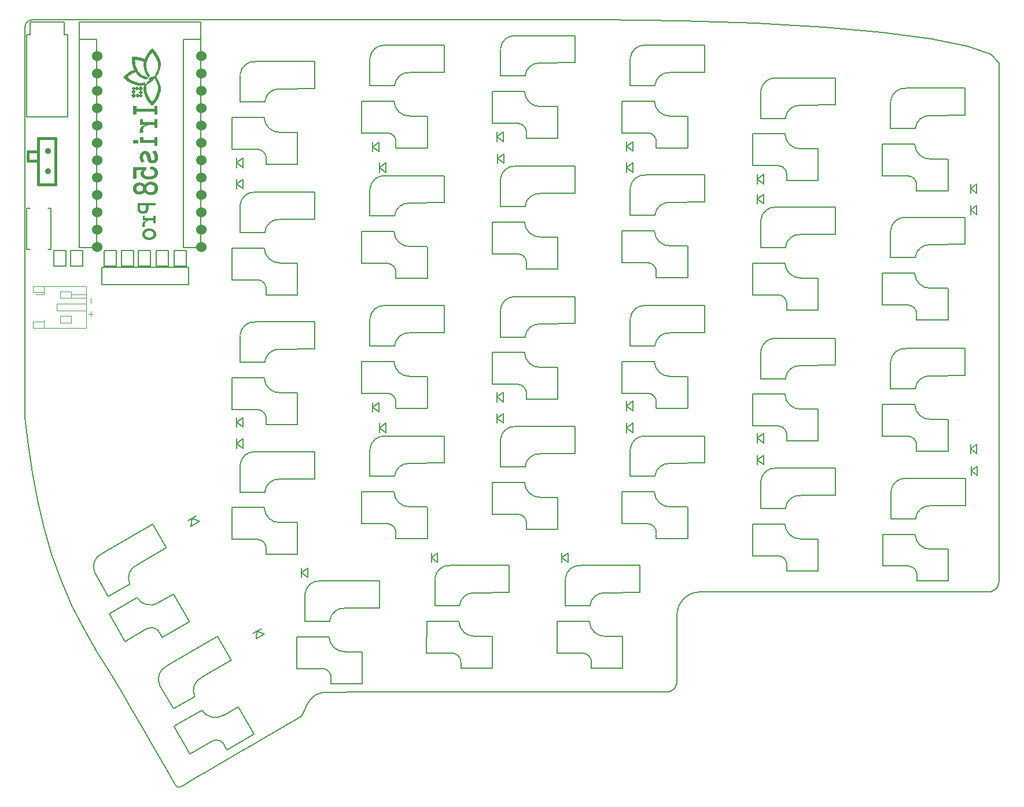
<source format=gbo>
G04 #@! TF.GenerationSoftware,KiCad,Pcbnew,7.0.9*
G04 #@! TF.CreationDate,2023-12-22T01:46:26-05:00*
G04 #@! TF.ProjectId,Lily58_Pro,4c696c79-3538-45f5-9072-6f2e6b696361,rev?*
G04 #@! TF.SameCoordinates,Original*
G04 #@! TF.FileFunction,Legend,Bot*
G04 #@! TF.FilePolarity,Positive*
%FSLAX46Y46*%
G04 Gerber Fmt 4.6, Leading zero omitted, Abs format (unit mm)*
G04 Created by KiCad (PCBNEW 7.0.9) date 2023-12-22 01:46:26*
%MOMM*%
%LPD*%
G01*
G04 APERTURE LIST*
%ADD10C,0.100000*%
%ADD11C,0.600000*%
%ADD12C,0.500000*%
%ADD13C,0.150000*%
%ADD14C,0.120000*%
%ADD15C,0.010000*%
%ADD16C,0.381000*%
%ADD17C,1.524000*%
%ADD18C,0.899160*%
G04 #@! TA.AperFunction,Profile*
%ADD19C,0.200000*%
G04 #@! TD*
G04 #@! TA.AperFunction,Profile*
%ADD20C,0.150000*%
G04 #@! TD*
G04 APERTURE END LIST*
D10*
X92548973Y-77756191D02*
X92548973Y-78518096D01*
X92548973Y-79746191D02*
X92548973Y-80508096D01*
X92929926Y-80127143D02*
X92168021Y-80127143D01*
D11*
G36*
X102337071Y-50963410D02*
G01*
X102337071Y-49673807D01*
X101836861Y-49673807D01*
X101836861Y-50098057D01*
X99273288Y-50098057D01*
X99273288Y-49673807D01*
X98773079Y-49673807D01*
X98773079Y-50963410D01*
X99273288Y-50963410D01*
X99273288Y-50524505D01*
X101836861Y-50524505D01*
X101836861Y-50963410D01*
X102337071Y-50963410D01*
G37*
G36*
X100312786Y-53517701D02*
G01*
X100295258Y-53488996D01*
X100279309Y-53460033D01*
X100264941Y-53430813D01*
X100252152Y-53401335D01*
X100240944Y-53371599D01*
X100237559Y-53361630D01*
X100228595Y-53331104D01*
X100221485Y-53298879D01*
X100216230Y-53264953D01*
X100213267Y-53235383D01*
X100211593Y-53204632D01*
X100211181Y-53179181D01*
X100212112Y-53143918D01*
X100214905Y-53109205D01*
X100219561Y-53075042D01*
X100226080Y-53041428D01*
X100234460Y-53008363D01*
X100244703Y-52975849D01*
X100256808Y-52943883D01*
X100270776Y-52912467D01*
X100286377Y-52881853D01*
X100303871Y-52852292D01*
X100323258Y-52823784D01*
X100344537Y-52796330D01*
X100367710Y-52769929D01*
X100392775Y-52744581D01*
X100419734Y-52720287D01*
X100448585Y-52697045D01*
X100479069Y-52674960D01*
X100511416Y-52654135D01*
X100545626Y-52634569D01*
X100581697Y-52616262D01*
X100619631Y-52599215D01*
X100659427Y-52583427D01*
X100701086Y-52568898D01*
X100744607Y-52555629D01*
X100790082Y-52543951D01*
X100837603Y-52533830D01*
X100887169Y-52525266D01*
X100925686Y-52519865D01*
X100965353Y-52515340D01*
X101006171Y-52511691D01*
X101048140Y-52508917D01*
X101091259Y-52507020D01*
X101135529Y-52505998D01*
X101165682Y-52505803D01*
X101836861Y-52505803D01*
X101836861Y-52935915D01*
X102337071Y-52935915D01*
X102337071Y-51644114D01*
X101836861Y-51644114D01*
X101836861Y-52078622D01*
X100211181Y-52078622D01*
X100211181Y-51644114D01*
X99773498Y-51644114D01*
X99773498Y-52505803D01*
X100415368Y-52505803D01*
X100368134Y-52519293D01*
X100322662Y-52533567D01*
X100278954Y-52548625D01*
X100237009Y-52564467D01*
X100196828Y-52581094D01*
X100158409Y-52598505D01*
X100121754Y-52616700D01*
X100086861Y-52635679D01*
X100053732Y-52655443D01*
X100022366Y-52675991D01*
X99992763Y-52697323D01*
X99964923Y-52719439D01*
X99938846Y-52742340D01*
X99914533Y-52766025D01*
X99891982Y-52790494D01*
X99871195Y-52815747D01*
X99851793Y-52841693D01*
X99833642Y-52868240D01*
X99816744Y-52895389D01*
X99801097Y-52923138D01*
X99786702Y-52951488D01*
X99773559Y-52980440D01*
X99761667Y-53009992D01*
X99751027Y-53040145D01*
X99741639Y-53070900D01*
X99733503Y-53102256D01*
X99726618Y-53134212D01*
X99720985Y-53166770D01*
X99716604Y-53199929D01*
X99713475Y-53233689D01*
X99711597Y-53268050D01*
X99710971Y-53303012D01*
X99711761Y-53336543D01*
X99714131Y-53370640D01*
X99718081Y-53405305D01*
X99722580Y-53434625D01*
X99728175Y-53464338D01*
X99733442Y-53488392D01*
X99740993Y-53518528D01*
X99750214Y-53548484D01*
X99761105Y-53578262D01*
X99773665Y-53607861D01*
X99787896Y-53637281D01*
X99803795Y-53666522D01*
X99810622Y-53678169D01*
X100312786Y-53517701D01*
G37*
G36*
X99464775Y-55156082D02*
G01*
X99464775Y-54636578D01*
X98773079Y-54636578D01*
X98773079Y-55156082D01*
X99464775Y-55156082D01*
G37*
G36*
X102337071Y-55547359D02*
G01*
X102337071Y-54257757D01*
X101836861Y-54257757D01*
X101836861Y-54682007D01*
X100273707Y-54682007D01*
X100273707Y-54257757D01*
X99773498Y-54257757D01*
X99773498Y-55108455D01*
X101836861Y-55108455D01*
X101836861Y-55547359D01*
X102337071Y-55547359D01*
G37*
G36*
X101564286Y-58097255D02*
G01*
X101610548Y-58096508D01*
X101655179Y-58094266D01*
X101698178Y-58090531D01*
X101739546Y-58085302D01*
X101779282Y-58078579D01*
X101817387Y-58070361D01*
X101865655Y-58057081D01*
X101911023Y-58041144D01*
X101953491Y-58022551D01*
X101973637Y-58012258D01*
X102012029Y-57990437D01*
X102048559Y-57967104D01*
X102083226Y-57942260D01*
X102116031Y-57915904D01*
X102146973Y-57888038D01*
X102176053Y-57858660D01*
X102203271Y-57827771D01*
X102228627Y-57795370D01*
X102251876Y-57761722D01*
X102273262Y-57727089D01*
X102292786Y-57691472D01*
X102310448Y-57654870D01*
X102322472Y-57626772D01*
X102333449Y-57598121D01*
X102343378Y-57568915D01*
X102352259Y-57539156D01*
X102360093Y-57508843D01*
X102362472Y-57498615D01*
X102369106Y-57467912D01*
X102375088Y-57437350D01*
X102380418Y-57406929D01*
X102385095Y-57376650D01*
X102389119Y-57346513D01*
X102392491Y-57316518D01*
X102395210Y-57286664D01*
X102397276Y-57256952D01*
X102398690Y-57227382D01*
X102399452Y-57197953D01*
X102399597Y-57178413D01*
X102399211Y-57145635D01*
X102398055Y-57112880D01*
X102396128Y-57080147D01*
X102393430Y-57047438D01*
X102389961Y-57014751D01*
X102385721Y-56982088D01*
X102380710Y-56949447D01*
X102374928Y-56916829D01*
X102368376Y-56884234D01*
X102361052Y-56851662D01*
X102352958Y-56819113D01*
X102344092Y-56786586D01*
X102334456Y-56754083D01*
X102324049Y-56721603D01*
X102312871Y-56689145D01*
X102300923Y-56656710D01*
X102288230Y-56624559D01*
X102275063Y-56592951D01*
X102261424Y-56561888D01*
X102247311Y-56531368D01*
X102232725Y-56501392D01*
X102217666Y-56471960D01*
X102202134Y-56443071D01*
X102186128Y-56414727D01*
X102169650Y-56386926D01*
X102152698Y-56359669D01*
X102135272Y-56332956D01*
X102117374Y-56306787D01*
X102089639Y-56268552D01*
X102060839Y-56231542D01*
X102041048Y-56207548D01*
X101577964Y-56384868D01*
X101599545Y-56413021D01*
X101620325Y-56440876D01*
X101640303Y-56468433D01*
X101659480Y-56495693D01*
X101677855Y-56522655D01*
X101695429Y-56549320D01*
X101720288Y-56588758D01*
X101743343Y-56627527D01*
X101764595Y-56665626D01*
X101784044Y-56703055D01*
X101801689Y-56739815D01*
X101817532Y-56775905D01*
X101827091Y-56799592D01*
X101840012Y-56835045D01*
X101851661Y-56870510D01*
X101862039Y-56905988D01*
X101871147Y-56941478D01*
X101878983Y-56976982D01*
X101885549Y-57012499D01*
X101890845Y-57048028D01*
X101894869Y-57083571D01*
X101897622Y-57119126D01*
X101899105Y-57154694D01*
X101899387Y-57178413D01*
X101899101Y-57210015D01*
X101898242Y-57240523D01*
X101896811Y-57269938D01*
X101893591Y-57312011D01*
X101889083Y-57351623D01*
X101883287Y-57388776D01*
X101876203Y-57423468D01*
X101867831Y-57455700D01*
X101858171Y-57485472D01*
X101843288Y-57521341D01*
X101826114Y-57552837D01*
X101806896Y-57580486D01*
X101780339Y-57609864D01*
X101750968Y-57633480D01*
X101718782Y-57651337D01*
X101676444Y-57665162D01*
X101630053Y-57670691D01*
X101621927Y-57670807D01*
X101580924Y-57666910D01*
X101542250Y-57653773D01*
X101517392Y-57637834D01*
X101491899Y-57613004D01*
X101472603Y-57587061D01*
X101456522Y-57559928D01*
X101441188Y-57528657D01*
X101428033Y-57498355D01*
X101414947Y-57464601D01*
X101404094Y-57433835D01*
X101393289Y-57400673D01*
X101382532Y-57365114D01*
X101373961Y-57334940D01*
X101371823Y-57327157D01*
X101362984Y-57295066D01*
X101354054Y-57261074D01*
X101345032Y-57225182D01*
X101335919Y-57187389D01*
X101329024Y-57157797D01*
X101322077Y-57127136D01*
X101315079Y-57095407D01*
X101308030Y-57062608D01*
X101300928Y-57028740D01*
X101298550Y-57017213D01*
X101290001Y-56980439D01*
X101280964Y-56944123D01*
X101271439Y-56908265D01*
X101261425Y-56872865D01*
X101250923Y-56837923D01*
X101239932Y-56803439D01*
X101228452Y-56769413D01*
X101216484Y-56735845D01*
X101203662Y-56703181D01*
X101189618Y-56671502D01*
X101174352Y-56640808D01*
X101157866Y-56611098D01*
X101140158Y-56582373D01*
X101121230Y-56554632D01*
X101101080Y-56527876D01*
X101079708Y-56502105D01*
X101056749Y-56477455D01*
X101032325Y-56454065D01*
X101006435Y-56431934D01*
X100972012Y-56406042D01*
X100935300Y-56382117D01*
X100896297Y-56360161D01*
X100863447Y-56344012D01*
X100855005Y-56340172D01*
X100819971Y-56325918D01*
X100782770Y-56313564D01*
X100743401Y-56303112D01*
X100701865Y-56294559D01*
X100658160Y-56287907D01*
X100612289Y-56283156D01*
X100564249Y-56280305D01*
X100514042Y-56279355D01*
X100463102Y-56280592D01*
X100413841Y-56284301D01*
X100366260Y-56290483D01*
X100320357Y-56299139D01*
X100276134Y-56310267D01*
X100233590Y-56323868D01*
X100192725Y-56339943D01*
X100153539Y-56358490D01*
X100115804Y-56379224D01*
X100079778Y-56401492D01*
X100045462Y-56425294D01*
X100012856Y-56450630D01*
X99981959Y-56477501D01*
X99952772Y-56505906D01*
X99925295Y-56535844D01*
X99899527Y-56567317D01*
X99875484Y-56600050D01*
X99853182Y-56633767D01*
X99832620Y-56668468D01*
X99813798Y-56704155D01*
X99796716Y-56740825D01*
X99785047Y-56768975D01*
X99774356Y-56797678D01*
X99764645Y-56826934D01*
X99755912Y-56856745D01*
X99747881Y-56886839D01*
X99740639Y-56916946D01*
X99734188Y-56947066D01*
X99728526Y-56977199D01*
X99723655Y-57007345D01*
X99719573Y-57037503D01*
X99716282Y-57067674D01*
X99713780Y-57097859D01*
X99712069Y-57128056D01*
X99711147Y-57158266D01*
X99710971Y-57178413D01*
X99711650Y-57220750D01*
X99713685Y-57262854D01*
X99717077Y-57304727D01*
X99721825Y-57346368D01*
X99727930Y-57387777D01*
X99735392Y-57428955D01*
X99744210Y-57469900D01*
X99754386Y-57510614D01*
X99765917Y-57551096D01*
X99778806Y-57591346D01*
X99788152Y-57618050D01*
X99803024Y-57657572D01*
X99819064Y-57696180D01*
X99836272Y-57733874D01*
X99854647Y-57770652D01*
X99874191Y-57806517D01*
X99894902Y-57841467D01*
X99916780Y-57875502D01*
X99939827Y-57908623D01*
X99964041Y-57940829D01*
X99989424Y-57972121D01*
X100006994Y-57992474D01*
X100441746Y-57823214D01*
X100417231Y-57793204D01*
X100394245Y-57763348D01*
X100372787Y-57733647D01*
X100352857Y-57704100D01*
X100334456Y-57674708D01*
X100317583Y-57645470D01*
X100302238Y-57616387D01*
X100288423Y-57587459D01*
X100276135Y-57558685D01*
X100265376Y-57530066D01*
X100259052Y-57511072D01*
X100250497Y-57482375D01*
X100242783Y-57453163D01*
X100235911Y-57423436D01*
X100229881Y-57393194D01*
X100224691Y-57362437D01*
X100220344Y-57331164D01*
X100216837Y-57299376D01*
X100214173Y-57267073D01*
X100212349Y-57234255D01*
X100211368Y-57200922D01*
X100211181Y-57178413D01*
X100211742Y-57144758D01*
X100213116Y-57115409D01*
X100215314Y-57085596D01*
X100218336Y-57055320D01*
X100222183Y-57024579D01*
X100222904Y-57019411D01*
X100227690Y-56989049D01*
X100233987Y-56959510D01*
X100243243Y-56926091D01*
X100254557Y-56893794D01*
X100265891Y-56867003D01*
X100280644Y-56837386D01*
X100297547Y-56810082D01*
X100319499Y-56781712D01*
X100344259Y-56756364D01*
X100350888Y-56750500D01*
X100379281Y-56730304D01*
X100414873Y-56714481D01*
X100454328Y-56705961D01*
X100482779Y-56704338D01*
X100525501Y-56710789D01*
X100559367Y-56726589D01*
X100590691Y-56751868D01*
X100614853Y-56780175D01*
X100632912Y-56807561D01*
X100649841Y-56839160D01*
X100665961Y-56875853D01*
X100678051Y-56907296D01*
X100690141Y-56942100D01*
X100702231Y-56980265D01*
X100714321Y-57021792D01*
X100722381Y-57051345D01*
X100730441Y-57082391D01*
X100738501Y-57114932D01*
X100746561Y-57148967D01*
X100754621Y-57184495D01*
X100762681Y-57221518D01*
X100770741Y-57260035D01*
X100778801Y-57300046D01*
X100785184Y-57333017D01*
X100791876Y-57365433D01*
X100798877Y-57397296D01*
X100806187Y-57428606D01*
X100813806Y-57459361D01*
X100821734Y-57489562D01*
X100829972Y-57519210D01*
X100838519Y-57548304D01*
X100850395Y-57586234D01*
X100862821Y-57623179D01*
X100876101Y-57659163D01*
X100890542Y-57693842D01*
X100906143Y-57727215D01*
X100922904Y-57759284D01*
X100940826Y-57790047D01*
X100959907Y-57819505D01*
X100980149Y-57847658D01*
X101001551Y-57874505D01*
X101024067Y-57900151D01*
X101048140Y-57924331D01*
X101073770Y-57947045D01*
X101100957Y-57968294D01*
X101137131Y-57992795D01*
X101175738Y-58015006D01*
X101216777Y-58034927D01*
X101225277Y-58038636D01*
X101260494Y-58052375D01*
X101297756Y-58064282D01*
X101337064Y-58074357D01*
X101378417Y-58082600D01*
X101421816Y-58089011D01*
X101467261Y-58093591D01*
X101514751Y-58096339D01*
X101564286Y-58097255D01*
G37*
G36*
X101120741Y-60461037D02*
G01*
X101170283Y-60460329D01*
X101219259Y-60458203D01*
X101267668Y-60454661D01*
X101315510Y-60449703D01*
X101362785Y-60443327D01*
X101409493Y-60435535D01*
X101455635Y-60426325D01*
X101501210Y-60415699D01*
X101546219Y-60403657D01*
X101590661Y-60390197D01*
X101619974Y-60380437D01*
X101663230Y-60364959D01*
X101705439Y-60348477D01*
X101746601Y-60330990D01*
X101786715Y-60312499D01*
X101825781Y-60293003D01*
X101863800Y-60272502D01*
X101900772Y-60250997D01*
X101936695Y-60228487D01*
X101971572Y-60204973D01*
X102005400Y-60180453D01*
X102027371Y-60163549D01*
X102059150Y-60137484D01*
X102089641Y-60110672D01*
X102118844Y-60083114D01*
X102146760Y-60054808D01*
X102173387Y-60025755D01*
X102198726Y-59995955D01*
X102222777Y-59965408D01*
X102245540Y-59934114D01*
X102267016Y-59902072D01*
X102287203Y-59869284D01*
X102299946Y-59847010D01*
X102317754Y-59813321D01*
X102333811Y-59779296D01*
X102348117Y-59744936D01*
X102360670Y-59710242D01*
X102371472Y-59675213D01*
X102380523Y-59639849D01*
X102387821Y-59604150D01*
X102393368Y-59568116D01*
X102397164Y-59531747D01*
X102399207Y-59495043D01*
X102399597Y-59470388D01*
X102398944Y-59434238D01*
X102396986Y-59398603D01*
X102393723Y-59363484D01*
X102389155Y-59328880D01*
X102383282Y-59294791D01*
X102376104Y-59261217D01*
X102367620Y-59228158D01*
X102357831Y-59195615D01*
X102346737Y-59163586D01*
X102334338Y-59132073D01*
X102325347Y-59111351D01*
X102310684Y-59080793D01*
X102294904Y-59050944D01*
X102278009Y-59021803D01*
X102259997Y-58993370D01*
X102240868Y-58965646D01*
X102220624Y-58938630D01*
X102199263Y-58912323D01*
X102176786Y-58886724D01*
X102153193Y-58861833D01*
X102128483Y-58837651D01*
X102111390Y-58821923D01*
X102084594Y-58798992D01*
X102056596Y-58776912D01*
X102027395Y-58755681D01*
X101996993Y-58735301D01*
X101965388Y-58715771D01*
X101932581Y-58697090D01*
X101898573Y-58679260D01*
X101863361Y-58662280D01*
X101826948Y-58646150D01*
X101789333Y-58630870D01*
X101763588Y-58621156D01*
X101724038Y-58607389D01*
X101683423Y-58594666D01*
X101641744Y-58582986D01*
X101598999Y-58572349D01*
X101555190Y-58562756D01*
X101510316Y-58554205D01*
X101464377Y-58546698D01*
X101417374Y-58540235D01*
X101369306Y-58534815D01*
X101320173Y-58530437D01*
X101286826Y-58528099D01*
X101206715Y-58934031D01*
X101263919Y-58938850D01*
X101319028Y-58945614D01*
X101372042Y-58954323D01*
X101422961Y-58964977D01*
X101471785Y-58977576D01*
X101518513Y-58992119D01*
X101563147Y-59008608D01*
X101605685Y-59027041D01*
X101646128Y-59047420D01*
X101684477Y-59069743D01*
X101708878Y-59085705D01*
X101742924Y-59111373D01*
X101773621Y-59139192D01*
X101800970Y-59169161D01*
X101824970Y-59201282D01*
X101845620Y-59235553D01*
X101862923Y-59271976D01*
X101876876Y-59310549D01*
X101887480Y-59351274D01*
X101894736Y-59394149D01*
X101897713Y-59423928D01*
X101899201Y-59454662D01*
X101899387Y-59470388D01*
X101898441Y-59502376D01*
X101895602Y-59533494D01*
X101890869Y-59563742D01*
X101884244Y-59593120D01*
X101873301Y-59628619D01*
X101859400Y-59662758D01*
X101842542Y-59695537D01*
X101838815Y-59701930D01*
X101818531Y-59733007D01*
X101796149Y-59762581D01*
X101771667Y-59790652D01*
X101745087Y-59817220D01*
X101716407Y-59842286D01*
X101685629Y-59865850D01*
X101672730Y-59874854D01*
X101638875Y-59896260D01*
X101603254Y-59916056D01*
X101565869Y-59934242D01*
X101526719Y-59950817D01*
X101485803Y-59965783D01*
X101443123Y-59979139D01*
X101425556Y-59984031D01*
X101380786Y-59995007D01*
X101335015Y-60004123D01*
X101288241Y-60011379D01*
X101240466Y-60016774D01*
X101201524Y-60019751D01*
X101161942Y-60021537D01*
X101121718Y-60022133D01*
X101075953Y-60021589D01*
X101031470Y-60019957D01*
X100988270Y-60017238D01*
X100946352Y-60013431D01*
X100905716Y-60008537D01*
X100866362Y-60002555D01*
X100828291Y-59995485D01*
X100773588Y-59982841D01*
X100721770Y-59967750D01*
X100672838Y-59950212D01*
X100626790Y-59930227D01*
X100583628Y-59907794D01*
X100543351Y-59882914D01*
X100506337Y-59856025D01*
X100472963Y-59827564D01*
X100443231Y-59797533D01*
X100417139Y-59765929D01*
X100394687Y-59732755D01*
X100375877Y-59698009D01*
X100360707Y-59661692D01*
X100349178Y-59623803D01*
X100341290Y-59584343D01*
X100337042Y-59543312D01*
X100336233Y-59515084D01*
X100337531Y-59478952D01*
X100341423Y-59443460D01*
X100347911Y-59408610D01*
X100356994Y-59374400D01*
X100368672Y-59340832D01*
X100382945Y-59307905D01*
X100399813Y-59275620D01*
X100419276Y-59243975D01*
X100441380Y-59213658D01*
X100466659Y-59184990D01*
X100495113Y-59157971D01*
X100526743Y-59132600D01*
X100561547Y-59108878D01*
X100599527Y-59086805D01*
X100640682Y-59066380D01*
X100685012Y-59047604D01*
X100685012Y-58621156D01*
X98773079Y-58621156D01*
X98773079Y-60304966D01*
X99273288Y-60304966D01*
X99273288Y-59047604D01*
X100161355Y-59047604D01*
X100121960Y-59072001D01*
X100085106Y-59097750D01*
X100050793Y-59124849D01*
X100019023Y-59153300D01*
X99989794Y-59183101D01*
X99963106Y-59214254D01*
X99938961Y-59246757D01*
X99917357Y-59280611D01*
X99898294Y-59315817D01*
X99881773Y-59352373D01*
X99867794Y-59390280D01*
X99856357Y-59429538D01*
X99847461Y-59470148D01*
X99841107Y-59512108D01*
X99837295Y-59555419D01*
X99836024Y-59600081D01*
X99836822Y-59632356D01*
X99839218Y-59664335D01*
X99843211Y-59696018D01*
X99848801Y-59727404D01*
X99855988Y-59758494D01*
X99864772Y-59789288D01*
X99875153Y-59819786D01*
X99887132Y-59849987D01*
X99900707Y-59879892D01*
X99915880Y-59909501D01*
X99926882Y-59929076D01*
X99944396Y-59958129D01*
X99963232Y-59986486D01*
X99983391Y-60014148D01*
X100004872Y-60041115D01*
X100027675Y-60067386D01*
X100051801Y-60092961D01*
X100077249Y-60117841D01*
X100104019Y-60142025D01*
X100132112Y-60165514D01*
X100161527Y-60188307D01*
X100181872Y-60203116D01*
X100213473Y-60224811D01*
X100246363Y-60245655D01*
X100280541Y-60265649D01*
X100316007Y-60284793D01*
X100352761Y-60303087D01*
X100390802Y-60320530D01*
X100430132Y-60337124D01*
X100470750Y-60352868D01*
X100512656Y-60367761D01*
X100555849Y-60381805D01*
X100585361Y-60390695D01*
X100630572Y-60403266D01*
X100676814Y-60414600D01*
X100724087Y-60424698D01*
X100772390Y-60433560D01*
X100821723Y-60441185D01*
X100872087Y-60447573D01*
X100923481Y-60452725D01*
X100975905Y-60456641D01*
X101029360Y-60459320D01*
X101083845Y-60460762D01*
X101120741Y-60461037D01*
G37*
G36*
X101369544Y-60791789D02*
G01*
X101420598Y-60793322D01*
X101470192Y-60796169D01*
X101518326Y-60800329D01*
X101565000Y-60805803D01*
X101610214Y-60812591D01*
X101653969Y-60820692D01*
X101696264Y-60830107D01*
X101737099Y-60840836D01*
X101776475Y-60852879D01*
X101814391Y-60866236D01*
X101838800Y-60875899D01*
X101874440Y-60891252D01*
X101908913Y-60907635D01*
X101942218Y-60925049D01*
X101974355Y-60943493D01*
X102005324Y-60962967D01*
X102035125Y-60983472D01*
X102063759Y-61005008D01*
X102091225Y-61027573D01*
X102117523Y-61051170D01*
X102142653Y-61075796D01*
X102158754Y-61092726D01*
X102181918Y-61118755D01*
X102203897Y-61145543D01*
X102224691Y-61173091D01*
X102244300Y-61201399D01*
X102262724Y-61230467D01*
X102279963Y-61260295D01*
X102296018Y-61290883D01*
X102310887Y-61322231D01*
X102324571Y-61354338D01*
X102337071Y-61387206D01*
X102344642Y-61409482D01*
X102355083Y-61443316D01*
X102364426Y-61477652D01*
X102372669Y-61512490D01*
X102379813Y-61547831D01*
X102385858Y-61583674D01*
X102390804Y-61620019D01*
X102394651Y-61656866D01*
X102397398Y-61694216D01*
X102399047Y-61732068D01*
X102399597Y-61770423D01*
X102399352Y-61795610D01*
X102398070Y-61833048D01*
X102395689Y-61870074D01*
X102392208Y-61906687D01*
X102387629Y-61942889D01*
X102381950Y-61978678D01*
X102375172Y-62014055D01*
X102367296Y-62049020D01*
X102358320Y-62083573D01*
X102348245Y-62117713D01*
X102337071Y-62151442D01*
X102328869Y-62173698D01*
X102315580Y-62206396D01*
X102301106Y-62238270D01*
X102285447Y-62269319D01*
X102268602Y-62299544D01*
X102250573Y-62328945D01*
X102231359Y-62357522D01*
X102210960Y-62385274D01*
X102189376Y-62412201D01*
X102166607Y-62438305D01*
X102142653Y-62463584D01*
X102126029Y-62480030D01*
X102100121Y-62503863D01*
X102073044Y-62526690D01*
X102044800Y-62548513D01*
X102015387Y-62569332D01*
X101984807Y-62589145D01*
X101953060Y-62607954D01*
X101920144Y-62625759D01*
X101886061Y-62642559D01*
X101850810Y-62658354D01*
X101814391Y-62673144D01*
X101789276Y-62682372D01*
X101750387Y-62695098D01*
X101710038Y-62706484D01*
X101668230Y-62716530D01*
X101624961Y-62725237D01*
X101580233Y-62732604D01*
X101534046Y-62738632D01*
X101486398Y-62743320D01*
X101437291Y-62746669D01*
X101386724Y-62748678D01*
X101334698Y-62749348D01*
X101316616Y-62749182D01*
X101271345Y-62747315D01*
X101225979Y-62743372D01*
X101180518Y-62737354D01*
X101134961Y-62729261D01*
X101089308Y-62719093D01*
X101043560Y-62706850D01*
X101007000Y-62695870D01*
X100971081Y-62683815D01*
X100935803Y-62670683D01*
X100901167Y-62656475D01*
X100867171Y-62641191D01*
X100833817Y-62624830D01*
X100801104Y-62607393D01*
X100769031Y-62588881D01*
X100737967Y-62569337D01*
X100708276Y-62548810D01*
X100679959Y-62527297D01*
X100653016Y-62504800D01*
X100627447Y-62481318D01*
X100603252Y-62456852D01*
X100580430Y-62431401D01*
X100558983Y-62404966D01*
X100538955Y-62377832D01*
X100520881Y-62349920D01*
X100504761Y-62321229D01*
X100490595Y-62291759D01*
X100478382Y-62261511D01*
X100468124Y-62230485D01*
X100459820Y-62198680D01*
X100453470Y-62166096D01*
X100451149Y-62180467D01*
X100443211Y-62215519D01*
X100432221Y-62249318D01*
X100418177Y-62281865D01*
X100401080Y-62313160D01*
X100380930Y-62343203D01*
X100357726Y-62371993D01*
X100347716Y-62383233D01*
X100321656Y-62410306D01*
X100294116Y-62435912D01*
X100265098Y-62460051D01*
X100234601Y-62482724D01*
X100202626Y-62503929D01*
X100169171Y-62523668D01*
X100155429Y-62531164D01*
X100120505Y-62548978D01*
X100084770Y-62565468D01*
X100048224Y-62580634D01*
X100010867Y-62594476D01*
X99972700Y-62606995D01*
X99933721Y-62618190D01*
X99902351Y-62626261D01*
X99863525Y-62634837D01*
X99825128Y-62641732D01*
X99779619Y-62647785D01*
X99734728Y-62651417D01*
X99690455Y-62652628D01*
X99660512Y-62652345D01*
X99616428Y-62650857D01*
X99573341Y-62648094D01*
X99531249Y-62644056D01*
X99490153Y-62638743D01*
X99450053Y-62632155D01*
X99410950Y-62624292D01*
X99372842Y-62615154D01*
X99335730Y-62604740D01*
X99299615Y-62593052D01*
X99264495Y-62580088D01*
X99219295Y-62561357D01*
X99176019Y-62541070D01*
X99134665Y-62519226D01*
X99095235Y-62495824D01*
X99057729Y-62470866D01*
X99022146Y-62444350D01*
X98988486Y-62416277D01*
X98956749Y-62386648D01*
X98941603Y-62371289D01*
X98912751Y-62339644D01*
X98885824Y-62306763D01*
X98860819Y-62272645D01*
X98843328Y-62246246D01*
X98826919Y-62219150D01*
X98811592Y-62191360D01*
X98797347Y-62162873D01*
X98784183Y-62133692D01*
X98772102Y-62103814D01*
X98764649Y-62083707D01*
X98754370Y-62053364D01*
X98745174Y-62022802D01*
X98737060Y-61992021D01*
X98730027Y-61961021D01*
X98724077Y-61929802D01*
X98719208Y-61898364D01*
X98715421Y-61866707D01*
X98712717Y-61834831D01*
X98711094Y-61802737D01*
X98710553Y-61770423D01*
X98710561Y-61769690D01*
X99210762Y-61769690D01*
X99211300Y-61796157D01*
X99214125Y-61834473D01*
X99219372Y-61871127D01*
X99227040Y-61906120D01*
X99237129Y-61939451D01*
X99249640Y-61971121D01*
X99264572Y-62001129D01*
X99281925Y-62029476D01*
X99301701Y-62056161D01*
X99323897Y-62081185D01*
X99348515Y-62104547D01*
X99384297Y-62132883D01*
X99423253Y-62157441D01*
X99465385Y-62178221D01*
X99510692Y-62195222D01*
X99559174Y-62208446D01*
X99597620Y-62215884D01*
X99637851Y-62221197D01*
X99679869Y-62224385D01*
X99723672Y-62225447D01*
X99751630Y-62225012D01*
X99792165Y-62222728D01*
X99831017Y-62218486D01*
X99880201Y-62209785D01*
X99926394Y-62197604D01*
X99969594Y-62181941D01*
X100009803Y-62162799D01*
X100047019Y-62140176D01*
X100081244Y-62114073D01*
X100089238Y-62106993D01*
X100118677Y-62076298D01*
X100138091Y-62050783D01*
X100155221Y-62023130D01*
X100170068Y-61993338D01*
X100182630Y-61961409D01*
X100192908Y-61927341D01*
X100200903Y-61891136D01*
X100206613Y-61852792D01*
X100210039Y-61812310D01*
X100211161Y-61770423D01*
X100711390Y-61770423D01*
X100711516Y-61784562D01*
X100712933Y-61819410D01*
X100715924Y-61853542D01*
X100720489Y-61886958D01*
X100726629Y-61919659D01*
X100734342Y-61951644D01*
X100743630Y-61982914D01*
X100754354Y-62013272D01*
X100766986Y-62042520D01*
X100781526Y-62070659D01*
X100797974Y-62097689D01*
X100820231Y-62128661D01*
X100845235Y-62158036D01*
X100858802Y-62172041D01*
X100888203Y-62198351D01*
X100920626Y-62222393D01*
X100956072Y-62244169D01*
X100994540Y-62263678D01*
X101028906Y-62278204D01*
X101050593Y-62286191D01*
X101088684Y-62297758D01*
X101129209Y-62307143D01*
X101172166Y-62314345D01*
X101217556Y-62319365D01*
X101265379Y-62322202D01*
X101305389Y-62322900D01*
X101324287Y-62322726D01*
X101370197Y-62320761D01*
X101414199Y-62316615D01*
X101456293Y-62310286D01*
X101496478Y-62301774D01*
X101534756Y-62291080D01*
X101571125Y-62278204D01*
X101591865Y-62269677D01*
X101631386Y-62250924D01*
X101668297Y-62229904D01*
X101702598Y-62206617D01*
X101734289Y-62181063D01*
X101758703Y-62158036D01*
X101767824Y-62148422D01*
X101789224Y-62123610D01*
X101808621Y-62097689D01*
X101826013Y-62070659D01*
X101841403Y-62042520D01*
X101854788Y-62013272D01*
X101866170Y-61982914D01*
X101870193Y-61970492D01*
X101879113Y-61938936D01*
X101886412Y-61906665D01*
X101892089Y-61873677D01*
X101896143Y-61839975D01*
X101898576Y-61805557D01*
X101899387Y-61770423D01*
X101899258Y-61756278D01*
X101897798Y-61721366D01*
X101894716Y-61687098D01*
X101890013Y-61653474D01*
X101883687Y-61620494D01*
X101875740Y-61588158D01*
X101866170Y-61556466D01*
X101861858Y-61544104D01*
X101849674Y-61514026D01*
X101835487Y-61485128D01*
X101819297Y-61457411D01*
X101801102Y-61430875D01*
X101780905Y-61405519D01*
X101758703Y-61381344D01*
X101744272Y-61367595D01*
X101713452Y-61341680D01*
X101680021Y-61317878D01*
X101643980Y-61296188D01*
X101605328Y-61276610D01*
X101571125Y-61261909D01*
X101556806Y-61256585D01*
X101519674Y-61244779D01*
X101480633Y-61235119D01*
X101439684Y-61227605D01*
X101396827Y-61222239D01*
X101352062Y-61219019D01*
X101305389Y-61217946D01*
X101285189Y-61218117D01*
X101236393Y-61220049D01*
X101190030Y-61224128D01*
X101146099Y-61230353D01*
X101104602Y-61238725D01*
X101065537Y-61249244D01*
X101028906Y-61261909D01*
X101008034Y-61270554D01*
X100974928Y-61286135D01*
X100937971Y-61306769D01*
X100904037Y-61329515D01*
X100873125Y-61354373D01*
X100845235Y-61381344D01*
X100820231Y-61410496D01*
X100797974Y-61441348D01*
X100781526Y-61468356D01*
X100766986Y-61496545D01*
X100754354Y-61525915D01*
X100743630Y-61556466D01*
X100739726Y-61569066D01*
X100731068Y-61601015D01*
X100723984Y-61633609D01*
X100718474Y-61666846D01*
X100714539Y-61700728D01*
X100712177Y-61735253D01*
X100711390Y-61770423D01*
X100211161Y-61770423D01*
X100211181Y-61769690D01*
X100210039Y-61727201D01*
X100206613Y-61686837D01*
X100200903Y-61648599D01*
X100192908Y-61612485D01*
X100182630Y-61578497D01*
X100170068Y-61546634D01*
X100155221Y-61516897D01*
X100138091Y-61489284D01*
X100111698Y-61455773D01*
X100081244Y-61426040D01*
X100064505Y-61412554D01*
X100028785Y-61388190D01*
X99990072Y-61367308D01*
X99948368Y-61349905D01*
X99903671Y-61335983D01*
X99855983Y-61325542D01*
X99805303Y-61318581D01*
X99765329Y-61315645D01*
X99723672Y-61314666D01*
X99679869Y-61315715D01*
X99637851Y-61318865D01*
X99597620Y-61324113D01*
X99559174Y-61331461D01*
X99510692Y-61344524D01*
X99465385Y-61361320D01*
X99423253Y-61381848D01*
X99384297Y-61406108D01*
X99348515Y-61434100D01*
X99331834Y-61449408D01*
X99308830Y-61473785D01*
X99288248Y-61499863D01*
X99270087Y-61527641D01*
X99254348Y-61557119D01*
X99241030Y-61588297D01*
X99230134Y-61621175D01*
X99221659Y-61655754D01*
X99215605Y-61692032D01*
X99211973Y-61730011D01*
X99210762Y-61769690D01*
X98710561Y-61769690D01*
X98710793Y-61748853D01*
X98712055Y-61716670D01*
X98714400Y-61684694D01*
X98717826Y-61652923D01*
X98722334Y-61621358D01*
X98727924Y-61590000D01*
X98734595Y-61558847D01*
X98742349Y-61527901D01*
X98751185Y-61497161D01*
X98761102Y-61466627D01*
X98772102Y-61436299D01*
X98780036Y-61416386D01*
X98792839Y-61387065D01*
X98806723Y-61358400D01*
X98821690Y-61330393D01*
X98837738Y-61303042D01*
X98854869Y-61276348D01*
X98873081Y-61250311D01*
X98899047Y-61216617D01*
X98926937Y-61184091D01*
X98956749Y-61152733D01*
X98988486Y-61122943D01*
X99022146Y-61094756D01*
X99057729Y-61068171D01*
X99095235Y-61043190D01*
X99134665Y-61019811D01*
X99176019Y-60998035D01*
X99219295Y-60977862D01*
X99264495Y-60959292D01*
X99287798Y-60950686D01*
X99323581Y-60938817D01*
X99360361Y-60928197D01*
X99398136Y-60918827D01*
X99436908Y-60910706D01*
X99476676Y-60903835D01*
X99517439Y-60898213D01*
X99559199Y-60893840D01*
X99601955Y-60890716D01*
X99645707Y-60888842D01*
X99690455Y-60888218D01*
X99727306Y-60889041D01*
X99772094Y-60892200D01*
X99817500Y-60897730D01*
X99855811Y-60904149D01*
X99894551Y-60912213D01*
X99933721Y-60921923D01*
X99949410Y-60926331D01*
X99988064Y-60938252D01*
X100025907Y-60951461D01*
X100062940Y-60965958D01*
X100099161Y-60981744D01*
X100134572Y-60998817D01*
X100169171Y-61017178D01*
X100182730Y-61024886D01*
X100215593Y-61045082D01*
X100246978Y-61066603D01*
X100276883Y-61089447D01*
X100305310Y-61113615D01*
X100332257Y-61139106D01*
X100357726Y-61165922D01*
X100367374Y-61177102D01*
X100389356Y-61205903D01*
X100408285Y-61235920D01*
X100424161Y-61267154D01*
X100436983Y-61299605D01*
X100446753Y-61333272D01*
X100453470Y-61368155D01*
X100459820Y-61336064D01*
X100468124Y-61304636D01*
X100478382Y-61273873D01*
X100490595Y-61243774D01*
X100504761Y-61214339D01*
X100520881Y-61185568D01*
X100538955Y-61157461D01*
X100558983Y-61130018D01*
X100580430Y-61103594D01*
X100603252Y-61078178D01*
X100627447Y-61053769D01*
X100653016Y-61030367D01*
X100679959Y-61007973D01*
X100708276Y-60986586D01*
X100737967Y-60966207D01*
X100769031Y-60946836D01*
X100801104Y-60928689D01*
X100833817Y-60911619D01*
X100867171Y-60895625D01*
X100901167Y-60880707D01*
X100935803Y-60866865D01*
X100971081Y-60854100D01*
X101007000Y-60842411D01*
X101043560Y-60831798D01*
X101061871Y-60826917D01*
X101107581Y-60816095D01*
X101153195Y-60807240D01*
X101198714Y-60800352D01*
X101244137Y-60795433D01*
X101289465Y-60792481D01*
X101334698Y-60791497D01*
X101369544Y-60791789D01*
G37*
D12*
G36*
X102068586Y-64280037D02*
G01*
X100990009Y-64280037D01*
X100990009Y-64666551D01*
X100989245Y-64711638D01*
X100986952Y-64755461D01*
X100983131Y-64798020D01*
X100977782Y-64839315D01*
X100970904Y-64879345D01*
X100962497Y-64918112D01*
X100952563Y-64955614D01*
X100941099Y-64991852D01*
X100928108Y-65026826D01*
X100913588Y-65060536D01*
X100897539Y-65092981D01*
X100879962Y-65124163D01*
X100860857Y-65154080D01*
X100840223Y-65182733D01*
X100818061Y-65210122D01*
X100794371Y-65236247D01*
X100769020Y-65261018D01*
X100742061Y-65284190D01*
X100713493Y-65305764D01*
X100683316Y-65325739D01*
X100651531Y-65344117D01*
X100618138Y-65360897D01*
X100583136Y-65376079D01*
X100546525Y-65389662D01*
X100508306Y-65401648D01*
X100468478Y-65412035D01*
X100427042Y-65420825D01*
X100383997Y-65428016D01*
X100339343Y-65433609D01*
X100293081Y-65437605D01*
X100245211Y-65440002D01*
X100195731Y-65440801D01*
X100147028Y-65440002D01*
X100099836Y-65437605D01*
X100054154Y-65433609D01*
X100009985Y-65428016D01*
X99967326Y-65420825D01*
X99926179Y-65412035D01*
X99886543Y-65401648D01*
X99848418Y-65389662D01*
X99811804Y-65376079D01*
X99776702Y-65360897D01*
X99743111Y-65344117D01*
X99711031Y-65325739D01*
X99680463Y-65305764D01*
X99651406Y-65284190D01*
X99623860Y-65261018D01*
X99597825Y-65236247D01*
X99573336Y-65210108D01*
X99550426Y-65182676D01*
X99529097Y-65153951D01*
X99509348Y-65123934D01*
X99491179Y-65092624D01*
X99474589Y-65060020D01*
X99459580Y-65026125D01*
X99446150Y-64990936D01*
X99434300Y-64954455D01*
X99424031Y-64916680D01*
X99415341Y-64877613D01*
X99408231Y-64837254D01*
X99402702Y-64795601D01*
X99398752Y-64752656D01*
X99396382Y-64708418D01*
X99395592Y-64662887D01*
X99395592Y-64280037D01*
X99770749Y-64280037D01*
X99770749Y-64666551D01*
X99771158Y-64690503D01*
X99773307Y-64725232D01*
X99777298Y-64758524D01*
X99783130Y-64790377D01*
X99790804Y-64820791D01*
X99800321Y-64849768D01*
X99811679Y-64877306D01*
X99824878Y-64903406D01*
X99839920Y-64928067D01*
X99856804Y-64951291D01*
X99875529Y-64973076D01*
X99889036Y-64986681D01*
X99910831Y-65005443D01*
X99934468Y-65022230D01*
X99959947Y-65037042D01*
X99987267Y-65049879D01*
X100016430Y-65060741D01*
X100047434Y-65069628D01*
X100080280Y-65076540D01*
X100114968Y-65081478D01*
X100151498Y-65084440D01*
X100189870Y-65085427D01*
X100216365Y-65084989D01*
X100254488Y-65082684D01*
X100290665Y-65078405D01*
X100324898Y-65072151D01*
X100357186Y-65063923D01*
X100387529Y-65053719D01*
X100415928Y-65041540D01*
X100442381Y-65027386D01*
X100466890Y-65011258D01*
X100489453Y-64993154D01*
X100510072Y-64973076D01*
X100522760Y-64958712D01*
X100540258Y-64935968D01*
X100555913Y-64911786D01*
X100569727Y-64886166D01*
X100581699Y-64859107D01*
X100591829Y-64830610D01*
X100600117Y-64800675D01*
X100606564Y-64769301D01*
X100611168Y-64736489D01*
X100613931Y-64702239D01*
X100614852Y-64666551D01*
X100614852Y-64280037D01*
X99770749Y-64280037D01*
X99395592Y-64280037D01*
X99395592Y-63924663D01*
X102068586Y-63924663D01*
X102068586Y-64280037D01*
G37*
G36*
X100550372Y-67311701D02*
G01*
X100537226Y-67287780D01*
X100525265Y-67263644D01*
X100514488Y-67239294D01*
X100504897Y-67214729D01*
X100496491Y-67189949D01*
X100493952Y-67181642D01*
X100487229Y-67156204D01*
X100481896Y-67129349D01*
X100477955Y-67101077D01*
X100475733Y-67076435D01*
X100474477Y-67050810D01*
X100474168Y-67029600D01*
X100474867Y-67000215D01*
X100476962Y-66971287D01*
X100480454Y-66942818D01*
X100485342Y-66914806D01*
X100491628Y-66887253D01*
X100499310Y-66860157D01*
X100508389Y-66833519D01*
X100518865Y-66807339D01*
X100530565Y-66781828D01*
X100543686Y-66757193D01*
X100558226Y-66733437D01*
X100574186Y-66710558D01*
X100591565Y-66688557D01*
X100610364Y-66667434D01*
X100630583Y-66647189D01*
X100652221Y-66627821D01*
X100675085Y-66609417D01*
X100699345Y-66592062D01*
X100725002Y-66575757D01*
X100752055Y-66560502D01*
X100780506Y-66546295D01*
X100810353Y-66533139D01*
X100841597Y-66521032D01*
X100874238Y-66509974D01*
X100908344Y-66500242D01*
X100943985Y-66491808D01*
X100981159Y-66484672D01*
X101010047Y-66480171D01*
X101039797Y-66476400D01*
X101070411Y-66473359D01*
X101101888Y-66471048D01*
X101134227Y-66469466D01*
X101167430Y-66468615D01*
X101190044Y-66468453D01*
X101693428Y-66468453D01*
X101693428Y-66826879D01*
X102068586Y-66826879D01*
X102068586Y-65750379D01*
X101693428Y-65750379D01*
X101693428Y-66112469D01*
X100474168Y-66112469D01*
X100474168Y-65750379D01*
X100145906Y-65750379D01*
X100145906Y-66468453D01*
X100627308Y-66468453D01*
X100591883Y-66479694D01*
X100557779Y-66491589D01*
X100524998Y-66504137D01*
X100493540Y-66517339D01*
X100463403Y-66531195D01*
X100434589Y-66545704D01*
X100407098Y-66560866D01*
X100380928Y-66576683D01*
X100356082Y-66593152D01*
X100332557Y-66610276D01*
X100310355Y-66628052D01*
X100289475Y-66646483D01*
X100269917Y-66665567D01*
X100251682Y-66685304D01*
X100234769Y-66705695D01*
X100219179Y-66726739D01*
X100204627Y-66748361D01*
X100191014Y-66770484D01*
X100178340Y-66793107D01*
X100166605Y-66816231D01*
X100155809Y-66839857D01*
X100145952Y-66863983D01*
X100137033Y-66888610D01*
X100129053Y-66913738D01*
X100122012Y-66939367D01*
X100115910Y-66965496D01*
X100110746Y-66992127D01*
X100106522Y-67019258D01*
X100103236Y-67046891D01*
X100100889Y-67075024D01*
X100099481Y-67103658D01*
X100099011Y-67132793D01*
X100099604Y-67160736D01*
X100101381Y-67189150D01*
X100104343Y-67218037D01*
X100107717Y-67242470D01*
X100111914Y-67267232D01*
X100115864Y-67287277D01*
X100121528Y-67312390D01*
X100128443Y-67337354D01*
X100136611Y-67362168D01*
X100146032Y-67386834D01*
X100156704Y-67411351D01*
X100168629Y-67435719D01*
X100173749Y-67445424D01*
X100550372Y-67311701D01*
G37*
G36*
X101135937Y-67626395D02*
G01*
X101177273Y-67627610D01*
X101217888Y-67629865D01*
X101257781Y-67633162D01*
X101296954Y-67637500D01*
X101335405Y-67642880D01*
X101373135Y-67649300D01*
X101410143Y-67656761D01*
X101446430Y-67665264D01*
X101481996Y-67674808D01*
X101516841Y-67685393D01*
X101539633Y-67692996D01*
X101573080Y-67705154D01*
X101605638Y-67718213D01*
X101637308Y-67732173D01*
X101668089Y-67747035D01*
X101697982Y-67762799D01*
X101726985Y-67779464D01*
X101755100Y-67797031D01*
X101782326Y-67815500D01*
X101808664Y-67834870D01*
X101834112Y-67855141D01*
X101850464Y-67869202D01*
X101874144Y-67890928D01*
X101896806Y-67913416D01*
X101918451Y-67936666D01*
X101939079Y-67960679D01*
X101958688Y-67985453D01*
X101977281Y-68010989D01*
X101994855Y-68037288D01*
X102011413Y-68064348D01*
X102026952Y-68092171D01*
X102041475Y-68120755D01*
X102050436Y-68140195D01*
X102062795Y-68169837D01*
X102073852Y-68200058D01*
X102083609Y-68230859D01*
X102092064Y-68262240D01*
X102099219Y-68294200D01*
X102105073Y-68326740D01*
X102109626Y-68359859D01*
X102112878Y-68393558D01*
X102114830Y-68427837D01*
X102115480Y-68462695D01*
X102115191Y-68486368D01*
X102113673Y-68521350D01*
X102110855Y-68555698D01*
X102106735Y-68589414D01*
X102101315Y-68622496D01*
X102094594Y-68654944D01*
X102086572Y-68686760D01*
X102077249Y-68717942D01*
X102066625Y-68748491D01*
X102054700Y-68778406D01*
X102041475Y-68807688D01*
X102031906Y-68826827D01*
X102016706Y-68854891D01*
X102000488Y-68882182D01*
X101983252Y-68908701D01*
X101964999Y-68934447D01*
X101945728Y-68959420D01*
X101925440Y-68983620D01*
X101904134Y-69007047D01*
X101881811Y-69029701D01*
X101858471Y-69051583D01*
X101834112Y-69072692D01*
X101817245Y-69086380D01*
X101791204Y-69106153D01*
X101764274Y-69125013D01*
X101736456Y-69142961D01*
X101707748Y-69159997D01*
X101678152Y-69176120D01*
X101647667Y-69191331D01*
X101616294Y-69205630D01*
X101584032Y-69219016D01*
X101550881Y-69231490D01*
X101516841Y-69243051D01*
X101493691Y-69250224D01*
X101458366Y-69260114D01*
X101422319Y-69268964D01*
X101385551Y-69276772D01*
X101348061Y-69283540D01*
X101309851Y-69289266D01*
X101270919Y-69293951D01*
X101231266Y-69297595D01*
X101190891Y-69300198D01*
X101149795Y-69301760D01*
X101107978Y-69302280D01*
X101080807Y-69302049D01*
X101040512Y-69300834D01*
X101000771Y-69298578D01*
X100961584Y-69295281D01*
X100922950Y-69290943D01*
X100884870Y-69285564D01*
X100847345Y-69279144D01*
X100810373Y-69271682D01*
X100773954Y-69263180D01*
X100738090Y-69253636D01*
X100702779Y-69243051D01*
X100679627Y-69235445D01*
X100645660Y-69223275D01*
X100612608Y-69210193D01*
X100580470Y-69196199D01*
X100549247Y-69181292D01*
X100518938Y-69165473D01*
X100489544Y-69148741D01*
X100461064Y-69131097D01*
X100433499Y-69112541D01*
X100406848Y-69093073D01*
X100381112Y-69072692D01*
X100364411Y-69058705D01*
X100340271Y-69037081D01*
X100317227Y-69014684D01*
X100295277Y-68991515D01*
X100274422Y-68967572D01*
X100254662Y-68942857D01*
X100235997Y-68917369D01*
X100218427Y-68891108D01*
X100201951Y-68864074D01*
X100186570Y-68836268D01*
X100172284Y-68807688D01*
X100163411Y-68788237D01*
X100151175Y-68758533D01*
X100140227Y-68728195D01*
X100130567Y-68697224D01*
X100122195Y-68665620D01*
X100115111Y-68633382D01*
X100109315Y-68600511D01*
X100104807Y-68567007D01*
X100101587Y-68532870D01*
X100099655Y-68498099D01*
X100099011Y-68462695D01*
X100099018Y-68462085D01*
X100474168Y-68462085D01*
X100474935Y-68489677D01*
X100477236Y-68516581D01*
X100481072Y-68542799D01*
X100486441Y-68568330D01*
X100493345Y-68593174D01*
X100501783Y-68617332D01*
X100511755Y-68640802D01*
X100523261Y-68663585D01*
X100529535Y-68674776D01*
X100546422Y-68701836D01*
X100565027Y-68727584D01*
X100585348Y-68752021D01*
X100607387Y-68775145D01*
X100631144Y-68796957D01*
X100656618Y-68817458D01*
X100661873Y-68821398D01*
X100689178Y-68840220D01*
X100718201Y-68857581D01*
X100748941Y-68873481D01*
X100774770Y-68885150D01*
X100801698Y-68895883D01*
X100829725Y-68905681D01*
X100858851Y-68914545D01*
X100888732Y-68922416D01*
X100919026Y-68929237D01*
X100949732Y-68935010D01*
X100980850Y-68939732D01*
X101012380Y-68943405D01*
X101044323Y-68946029D01*
X101076677Y-68947603D01*
X101109444Y-68948128D01*
X101143676Y-68947603D01*
X101177130Y-68946029D01*
X101209805Y-68943405D01*
X101241701Y-68939732D01*
X101272819Y-68935010D01*
X101303159Y-68929237D01*
X101332720Y-68922416D01*
X101361502Y-68914545D01*
X101382422Y-68907985D01*
X101409573Y-68898420D01*
X101442320Y-68885150D01*
X101473744Y-68870418D01*
X101503844Y-68854226D01*
X101532620Y-68836572D01*
X101560072Y-68817458D01*
X101575811Y-68805315D01*
X101600555Y-68784027D01*
X101623439Y-68761428D01*
X101644462Y-68737516D01*
X101663624Y-68712293D01*
X101680926Y-68685758D01*
X101693428Y-68663585D01*
X101704419Y-68640802D01*
X101713945Y-68617332D01*
X101722005Y-68593174D01*
X101728599Y-68568330D01*
X101733729Y-68542799D01*
X101737392Y-68516581D01*
X101739590Y-68489677D01*
X101740323Y-68462085D01*
X101739590Y-68434207D01*
X101737392Y-68407054D01*
X101733729Y-68380626D01*
X101728599Y-68354923D01*
X101722005Y-68329946D01*
X101713945Y-68305693D01*
X101704419Y-68282166D01*
X101693428Y-68259363D01*
X101687326Y-68248327D01*
X101670768Y-68221676D01*
X101652350Y-68196366D01*
X101632071Y-68172398D01*
X101609932Y-68149771D01*
X101585932Y-68128486D01*
X101560072Y-68108543D01*
X101538216Y-68093564D01*
X101509705Y-68076075D01*
X101479870Y-68059957D01*
X101448711Y-68045211D01*
X101416228Y-68031836D01*
X101389289Y-68022123D01*
X101361502Y-68013289D01*
X101332720Y-68005417D01*
X101303159Y-67998596D01*
X101272819Y-67992824D01*
X101241701Y-67988101D01*
X101209805Y-67984428D01*
X101177130Y-67981804D01*
X101143676Y-67980230D01*
X101109444Y-67979705D01*
X101076677Y-67980230D01*
X101044323Y-67981804D01*
X101012380Y-67984428D01*
X100980850Y-67988101D01*
X100949732Y-67992824D01*
X100919026Y-67998596D01*
X100888732Y-68005417D01*
X100858851Y-68013289D01*
X100829725Y-68022123D01*
X100801698Y-68031836D01*
X100774770Y-68042426D01*
X100742656Y-68056898D01*
X100712259Y-68072742D01*
X100683580Y-68089957D01*
X100656618Y-68108543D01*
X100646222Y-68116360D01*
X100621435Y-68136839D01*
X100598366Y-68158661D01*
X100577014Y-68181824D01*
X100557379Y-68206329D01*
X100539461Y-68232175D01*
X100523261Y-68259363D01*
X100511755Y-68282166D01*
X100501783Y-68305693D01*
X100493345Y-68329946D01*
X100486441Y-68354923D01*
X100481072Y-68380626D01*
X100477236Y-68407054D01*
X100474935Y-68434207D01*
X100474168Y-68462085D01*
X100099018Y-68462085D01*
X100099297Y-68439392D01*
X100100800Y-68404920D01*
X100103591Y-68371028D01*
X100107669Y-68337715D01*
X100113036Y-68304982D01*
X100119691Y-68272829D01*
X100127633Y-68241255D01*
X100136864Y-68210261D01*
X100147383Y-68179846D01*
X100159189Y-68150011D01*
X100172284Y-68120755D01*
X100181686Y-68101614D01*
X100196702Y-68073538D01*
X100212813Y-68046223D01*
X100230019Y-68019671D01*
X100248319Y-67993880D01*
X100267714Y-67968852D01*
X100288204Y-67944586D01*
X100309789Y-67921082D01*
X100332468Y-67898339D01*
X100356243Y-67876359D01*
X100381112Y-67855141D01*
X100398168Y-67841527D01*
X100424514Y-67821856D01*
X100451774Y-67803087D01*
X100479949Y-67785220D01*
X100509039Y-67768254D01*
X100539043Y-67752190D01*
X100569961Y-67737027D01*
X100601794Y-67722766D01*
X100634541Y-67709407D01*
X100668203Y-67696949D01*
X100702779Y-67685393D01*
X100726258Y-67678220D01*
X100761938Y-67668330D01*
X100798172Y-67659480D01*
X100834959Y-67651671D01*
X100872300Y-67644904D01*
X100910195Y-67639178D01*
X100948644Y-67634493D01*
X100987647Y-67630849D01*
X101027204Y-67628246D01*
X101067314Y-67626684D01*
X101107978Y-67626164D01*
X101135937Y-67626395D01*
G37*
D13*
X83150000Y-39300000D02*
X83650000Y-39300000D01*
X83150000Y-51300000D02*
X83150000Y-39300000D01*
X83650000Y-39300000D02*
X83650000Y-37400000D01*
X83700000Y-37400000D02*
X88650000Y-37400000D01*
X88650000Y-39300000D02*
X88650000Y-37400000D01*
X89150000Y-39300000D02*
X88650000Y-39300000D01*
X89150000Y-39300000D02*
X89150000Y-51300000D01*
X89150000Y-51300000D02*
X83150000Y-51300000D01*
X90910000Y-37420000D02*
X108690000Y-37420000D01*
X90910000Y-39960000D02*
X93450000Y-39960000D01*
X90910000Y-70440000D02*
X90910000Y-37420000D01*
X90910000Y-70440000D02*
X90910000Y-39960000D01*
X93450000Y-39960000D02*
X93450000Y-70440000D01*
X93450000Y-70440000D02*
X90910000Y-70440000D01*
X106150000Y-39960000D02*
X108690000Y-39960000D01*
X106150000Y-70440000D02*
X106150000Y-39960000D01*
X108690000Y-37420000D02*
X108690000Y-70440000D01*
X108690000Y-39960000D02*
X108690000Y-70440000D01*
X108690000Y-70440000D02*
X106150000Y-70440000D01*
X83200000Y-70700000D02*
X83700000Y-70700000D01*
X83200000Y-70700000D02*
X83200000Y-64800000D01*
X83200000Y-70700000D02*
X83200000Y-64700000D01*
X86700000Y-70700000D02*
X86300000Y-70700000D01*
X83200000Y-64700000D02*
X83700000Y-64700000D01*
X86700000Y-64700000D02*
X86700000Y-70700000D01*
X86700000Y-64700000D02*
X86300000Y-64700000D01*
X113900000Y-57300000D02*
X113900000Y-58700000D01*
X113900000Y-58000000D02*
X114800000Y-57300000D01*
X114800000Y-57300000D02*
X114800000Y-58700000D01*
X114800000Y-58700000D02*
X113900000Y-58000000D01*
X133800000Y-55000000D02*
X133800000Y-56400000D01*
X133800000Y-55700000D02*
X134700000Y-55000000D01*
X134700000Y-55000000D02*
X134700000Y-56400000D01*
X134700000Y-56400000D02*
X133800000Y-55700000D01*
X152000000Y-53500000D02*
X152000000Y-54900000D01*
X152000000Y-54200000D02*
X152900000Y-53500000D01*
X152900000Y-53500000D02*
X152900000Y-54900000D01*
X152900000Y-54900000D02*
X152000000Y-54200000D01*
X171000000Y-54900000D02*
X171000000Y-56300000D01*
X171000000Y-55600000D02*
X171900000Y-54900000D01*
X171900000Y-54900000D02*
X171900000Y-56300000D01*
X171900000Y-56300000D02*
X171000000Y-55600000D01*
X190100000Y-59700000D02*
X190100000Y-61100000D01*
X190100000Y-60400000D02*
X191000000Y-59700000D01*
X191000000Y-59700000D02*
X191000000Y-61100000D01*
X191000000Y-61100000D02*
X190100000Y-60400000D01*
X221300000Y-61100000D02*
X221300000Y-62500000D01*
X221300000Y-61800000D02*
X222200000Y-61100000D01*
X222200000Y-61100000D02*
X222200000Y-62500000D01*
X222200000Y-62500000D02*
X221300000Y-61800000D01*
X113900000Y-60400000D02*
X113900000Y-61800000D01*
X113900000Y-61100000D02*
X114800000Y-60400000D01*
X114800000Y-60400000D02*
X114800000Y-61800000D01*
X114800000Y-61800000D02*
X113900000Y-61100000D01*
X134800000Y-58000000D02*
X134800000Y-59400000D01*
X134800000Y-58700000D02*
X135700000Y-58000000D01*
X135700000Y-58000000D02*
X135700000Y-59400000D01*
X135700000Y-59400000D02*
X134800000Y-58700000D01*
X152100000Y-56700000D02*
X152100000Y-58100000D01*
X152100000Y-57400000D02*
X153000000Y-56700000D01*
X153000000Y-56700000D02*
X153000000Y-58100000D01*
X153000000Y-58100000D02*
X152100000Y-57400000D01*
X171000000Y-58000000D02*
X171000000Y-59400000D01*
X171000000Y-58700000D02*
X171900000Y-58000000D01*
X171900000Y-58000000D02*
X171900000Y-59400000D01*
X171900000Y-59400000D02*
X171000000Y-58700000D01*
X190100000Y-62600000D02*
X190100000Y-64000000D01*
X190100000Y-63300000D02*
X191000000Y-62600000D01*
X191000000Y-62600000D02*
X191000000Y-64000000D01*
X191000000Y-64000000D02*
X190100000Y-63300000D01*
X221300000Y-64200000D02*
X221300000Y-65600000D01*
X221300000Y-64900000D02*
X222200000Y-64200000D01*
X222200000Y-64200000D02*
X222200000Y-65600000D01*
X222200000Y-65600000D02*
X221300000Y-64900000D01*
X113900000Y-95300000D02*
X113900000Y-96700000D01*
X113900000Y-96000000D02*
X114800000Y-95300000D01*
X114800000Y-95300000D02*
X114800000Y-96700000D01*
X114800000Y-96700000D02*
X113900000Y-96000000D01*
X133800000Y-93100000D02*
X133800000Y-94500000D01*
X133800000Y-93800000D02*
X134700000Y-93100000D01*
X134700000Y-93100000D02*
X134700000Y-94500000D01*
X134700000Y-94500000D02*
X133800000Y-93800000D01*
X152000000Y-91600000D02*
X152000000Y-93000000D01*
X152000000Y-92300000D02*
X152900000Y-91600000D01*
X152900000Y-91600000D02*
X152900000Y-93000000D01*
X152900000Y-93000000D02*
X152000000Y-92300000D01*
X171000000Y-92900000D02*
X171000000Y-94300000D01*
X171000000Y-93600000D02*
X171900000Y-92900000D01*
X171900000Y-92900000D02*
X171900000Y-94300000D01*
X171900000Y-94300000D02*
X171000000Y-93600000D01*
X190100000Y-97600000D02*
X190100000Y-99000000D01*
X190100000Y-98300000D02*
X191000000Y-97600000D01*
X191000000Y-97600000D02*
X191000000Y-99000000D01*
X191000000Y-99000000D02*
X190100000Y-98300000D01*
X221300000Y-99200000D02*
X221300000Y-100600000D01*
X221300000Y-99900000D02*
X222200000Y-99200000D01*
X222200000Y-99200000D02*
X222200000Y-100600000D01*
X222200000Y-100600000D02*
X221300000Y-99900000D01*
X113900000Y-98400000D02*
X113900000Y-99800000D01*
X113900000Y-99100000D02*
X114800000Y-98400000D01*
X114800000Y-98400000D02*
X114800000Y-99800000D01*
X114800000Y-99800000D02*
X113900000Y-99100000D01*
X134800000Y-96100000D02*
X134800000Y-97500000D01*
X134800000Y-96800000D02*
X135700000Y-96100000D01*
X135700000Y-96100000D02*
X135700000Y-97500000D01*
X135700000Y-97500000D02*
X134800000Y-96800000D01*
X152000000Y-94700000D02*
X152000000Y-96100000D01*
X152000000Y-95400000D02*
X152900000Y-94700000D01*
X152900000Y-94700000D02*
X152900000Y-96100000D01*
X152900000Y-96100000D02*
X152000000Y-95400000D01*
X171000000Y-96100000D02*
X171000000Y-97500000D01*
X171000000Y-96800000D02*
X171900000Y-96100000D01*
X171900000Y-96100000D02*
X171900000Y-97500000D01*
X171900000Y-97500000D02*
X171000000Y-96800000D01*
X190100000Y-100800000D02*
X190100000Y-102200000D01*
X190100000Y-101500000D02*
X191000000Y-100800000D01*
X191000000Y-100800000D02*
X191000000Y-102200000D01*
X191000000Y-102200000D02*
X190100000Y-101500000D01*
X221400000Y-102400000D02*
X221400000Y-103800000D01*
X221400000Y-103100000D02*
X222300000Y-102400000D01*
X222300000Y-102400000D02*
X222300000Y-103800000D01*
X222300000Y-103800000D02*
X221400000Y-103100000D01*
X108011513Y-109722717D02*
X106799077Y-110422717D01*
X107405295Y-110072717D02*
X108461513Y-110502140D01*
X108461513Y-110502140D02*
X107249077Y-111202140D01*
X107249077Y-111202140D02*
X107405295Y-110072717D01*
X117497513Y-126180960D02*
X116285077Y-126880960D01*
X116891295Y-126530960D02*
X117947513Y-126960383D01*
X117947513Y-126960383D02*
X116735077Y-127660383D01*
X116735077Y-127660383D02*
X116891295Y-126530960D01*
X123400000Y-117300000D02*
X123400000Y-118700000D01*
X123400000Y-118000000D02*
X124300000Y-117300000D01*
X124300000Y-117300000D02*
X124300000Y-118700000D01*
X124300000Y-118700000D02*
X123400000Y-118000000D01*
X142400000Y-115100000D02*
X142400000Y-116500000D01*
X142400000Y-115800000D02*
X143300000Y-115100000D01*
X143300000Y-115100000D02*
X143300000Y-116500000D01*
X143300000Y-116500000D02*
X142400000Y-115800000D01*
X161500000Y-115100000D02*
X161500000Y-116500000D01*
X161500000Y-115800000D02*
X162400000Y-115100000D01*
X162400000Y-115100000D02*
X162400000Y-116500000D01*
X162400000Y-116500000D02*
X161500000Y-115800000D01*
X113225000Y-51400000D02*
X113200001Y-56000000D01*
X114400000Y-45150000D02*
X114400000Y-49095000D01*
X114400000Y-49104000D02*
X118010000Y-49104000D01*
X117000000Y-56025000D02*
X113225000Y-56025000D01*
X117925000Y-51375000D02*
X113225000Y-51375000D01*
X118220000Y-57500000D02*
X118220000Y-58200000D01*
X122775000Y-53575000D02*
X120225000Y-53575000D01*
X122775000Y-58225000D02*
X118225000Y-58225000D01*
X122800000Y-53599999D02*
X122800000Y-58200000D01*
X125300000Y-43196000D02*
X116675000Y-43196000D01*
X125300000Y-47104000D02*
X125300000Y-43196000D01*
X125300000Y-47150000D02*
X120250000Y-47196000D01*
X116675000Y-43196001D02*
G75*
G03*
X114411001Y-45080000I-190000J-2073999D01*
G01*
X118220000Y-57450000D02*
G75*
G03*
X117000000Y-56030000I-1320000J100000D01*
G01*
X120275000Y-47200001D02*
G75*
G03*
X118015001Y-49079999I-190001J-2069997D01*
G01*
X117930001Y-51400000D02*
G75*
G03*
X120300000Y-53569999I2269999J100000D01*
G01*
X132225000Y-49000000D02*
X132200001Y-53600000D01*
X133400000Y-42750000D02*
X133400000Y-46695000D01*
X133400000Y-46704000D02*
X137010000Y-46704000D01*
X136000000Y-53625000D02*
X132225000Y-53625000D01*
X136925000Y-48975000D02*
X132225000Y-48975000D01*
X137220000Y-55100000D02*
X137220000Y-55800000D01*
X141775000Y-51175000D02*
X139225000Y-51175000D01*
X141775000Y-55825000D02*
X137225000Y-55825000D01*
X141800000Y-51199999D02*
X141800000Y-55800000D01*
X144300000Y-40796000D02*
X135675000Y-40796000D01*
X144300000Y-44704000D02*
X144300000Y-40796000D01*
X144300000Y-44750000D02*
X139250000Y-44796000D01*
X135675000Y-40796001D02*
G75*
G03*
X133411001Y-42680000I-190000J-2073999D01*
G01*
X137220000Y-55050000D02*
G75*
G03*
X136000000Y-53630000I-1320000J100000D01*
G01*
X139275000Y-44800001D02*
G75*
G03*
X137015001Y-46679999I-190001J-2069997D01*
G01*
X136930001Y-49000000D02*
G75*
G03*
X139300000Y-51169999I2269999J100000D01*
G01*
X151325000Y-47610000D02*
X151300001Y-52210000D01*
X152500000Y-41360000D02*
X152500000Y-45305000D01*
X152500000Y-45314000D02*
X156110000Y-45314000D01*
X155100000Y-52235000D02*
X151325000Y-52235000D01*
X156025000Y-47585000D02*
X151325000Y-47585000D01*
X156320000Y-53710000D02*
X156320000Y-54410000D01*
X160875000Y-49785000D02*
X158325000Y-49785000D01*
X160875000Y-54435000D02*
X156325000Y-54435000D01*
X160900000Y-49809999D02*
X160900000Y-54410000D01*
X163400000Y-39406000D02*
X154775000Y-39406000D01*
X163400000Y-43314000D02*
X163400000Y-39406000D01*
X163400000Y-43360000D02*
X158350000Y-43406000D01*
X154775000Y-39406001D02*
G75*
G03*
X152511001Y-41290000I-190000J-2073999D01*
G01*
X156320000Y-53660000D02*
G75*
G03*
X155100000Y-52240000I-1320000J100000D01*
G01*
X158375000Y-43410001D02*
G75*
G03*
X156115001Y-45289999I-190001J-2069997D01*
G01*
X156030001Y-47610000D02*
G75*
G03*
X158400000Y-49779999I2269999J100000D01*
G01*
X170325000Y-49000000D02*
X170300001Y-53600000D01*
X171500000Y-42750000D02*
X171500000Y-46695000D01*
X171500000Y-46704000D02*
X175110000Y-46704000D01*
X174100000Y-53625000D02*
X170325000Y-53625000D01*
X175025000Y-48975000D02*
X170325000Y-48975000D01*
X175320000Y-55100000D02*
X175320000Y-55800000D01*
X179875000Y-51175000D02*
X177325000Y-51175000D01*
X179875000Y-55825000D02*
X175325000Y-55825000D01*
X179900000Y-51199999D02*
X179900000Y-55800000D01*
X182400000Y-40796000D02*
X173775000Y-40796000D01*
X182400000Y-44704000D02*
X182400000Y-40796000D01*
X182400000Y-44750000D02*
X177350000Y-44796000D01*
X173775000Y-40796001D02*
G75*
G03*
X171511001Y-42680000I-190000J-2073999D01*
G01*
X175320000Y-55050000D02*
G75*
G03*
X174100000Y-53630000I-1320000J100000D01*
G01*
X177375000Y-44800001D02*
G75*
G03*
X175115001Y-46679999I-190001J-2069997D01*
G01*
X175030001Y-49000000D02*
G75*
G03*
X177400000Y-51169999I2269999J100000D01*
G01*
X189425000Y-53800000D02*
X189400001Y-58400000D01*
X190600000Y-47550000D02*
X190600000Y-51495000D01*
X190600000Y-51504000D02*
X194210000Y-51504000D01*
X193200000Y-58425000D02*
X189425000Y-58425000D01*
X194125000Y-53775000D02*
X189425000Y-53775000D01*
X194420000Y-59900000D02*
X194420000Y-60600000D01*
X198975000Y-55975000D02*
X196425000Y-55975000D01*
X198975000Y-60625000D02*
X194425000Y-60625000D01*
X199000000Y-55999999D02*
X199000000Y-60600000D01*
X201500000Y-45596000D02*
X192875000Y-45596000D01*
X201500000Y-49504000D02*
X201500000Y-45596000D01*
X201500000Y-49550000D02*
X196450000Y-49596000D01*
X192875000Y-45596001D02*
G75*
G03*
X190611001Y-47480000I-190000J-2073999D01*
G01*
X194420000Y-59850000D02*
G75*
G03*
X193200000Y-58430000I-1320000J100000D01*
G01*
X196475000Y-49600001D02*
G75*
G03*
X194215001Y-51479999I-190001J-2069997D01*
G01*
X194130001Y-53800000D02*
G75*
G03*
X196500000Y-55969999I2269999J100000D01*
G01*
X208425000Y-55300000D02*
X208400001Y-59900000D01*
X209600000Y-49050000D02*
X209600000Y-52995000D01*
X209600000Y-53004000D02*
X213210000Y-53004000D01*
X212200000Y-59925000D02*
X208425000Y-59925000D01*
X213125000Y-55275000D02*
X208425000Y-55275000D01*
X213420000Y-61400000D02*
X213420000Y-62100000D01*
X217975000Y-57475000D02*
X215425000Y-57475000D01*
X217975000Y-62125000D02*
X213425000Y-62125000D01*
X218000000Y-57499999D02*
X218000000Y-62100000D01*
X220500000Y-47096000D02*
X211875000Y-47096000D01*
X220500000Y-51004000D02*
X220500000Y-47096000D01*
X220500000Y-51050000D02*
X215450000Y-51096000D01*
X211875000Y-47096001D02*
G75*
G03*
X209611001Y-48980000I-190000J-2073999D01*
G01*
X213420000Y-61350000D02*
G75*
G03*
X212200000Y-59930000I-1320000J100000D01*
G01*
X215475000Y-51100001D02*
G75*
G03*
X213215001Y-52979999I-190001J-2069997D01*
G01*
X213130001Y-55300000D02*
G75*
G03*
X215500000Y-57469999I2269999J100000D01*
G01*
X113225000Y-70500000D02*
X113200001Y-75100000D01*
X114400000Y-64250000D02*
X114400000Y-68195000D01*
X114400000Y-68204000D02*
X118010000Y-68204000D01*
X117000000Y-75125000D02*
X113225000Y-75125000D01*
X117925000Y-70475000D02*
X113225000Y-70475000D01*
X118220000Y-76600000D02*
X118220000Y-77300000D01*
X122775000Y-72675000D02*
X120225000Y-72675000D01*
X122775000Y-77325000D02*
X118225000Y-77325000D01*
X122800000Y-72699999D02*
X122800000Y-77300000D01*
X125300000Y-62296000D02*
X116675000Y-62296000D01*
X125300000Y-66204000D02*
X125300000Y-62296000D01*
X125300000Y-66250000D02*
X120250000Y-66296000D01*
X116675000Y-62296001D02*
G75*
G03*
X114411001Y-64180000I-190000J-2073999D01*
G01*
X118220000Y-76550000D02*
G75*
G03*
X117000000Y-75130000I-1320000J100000D01*
G01*
X120275000Y-66300001D02*
G75*
G03*
X118015001Y-68179999I-190001J-2069997D01*
G01*
X117930001Y-70500000D02*
G75*
G03*
X120300000Y-72669999I2269999J100000D01*
G01*
X132225000Y-68100000D02*
X132200001Y-72700000D01*
X133400000Y-61850000D02*
X133400000Y-65795000D01*
X133400000Y-65804000D02*
X137010000Y-65804000D01*
X136000000Y-72725000D02*
X132225000Y-72725000D01*
X136925000Y-68075000D02*
X132225000Y-68075000D01*
X137220000Y-74200000D02*
X137220000Y-74900000D01*
X141775000Y-70275000D02*
X139225000Y-70275000D01*
X141775000Y-74925000D02*
X137225000Y-74925000D01*
X141800000Y-70299999D02*
X141800000Y-74900000D01*
X144300000Y-59896000D02*
X135675000Y-59896000D01*
X144300000Y-63804000D02*
X144300000Y-59896000D01*
X144300000Y-63850000D02*
X139250000Y-63896000D01*
X135675000Y-59896001D02*
G75*
G03*
X133411001Y-61780000I-190000J-2073999D01*
G01*
X137220000Y-74150000D02*
G75*
G03*
X136000000Y-72730000I-1320000J100000D01*
G01*
X139275000Y-63900001D02*
G75*
G03*
X137015001Y-65779999I-190001J-2069997D01*
G01*
X136930001Y-68100000D02*
G75*
G03*
X139300000Y-70269999I2269999J100000D01*
G01*
X151325000Y-66700000D02*
X151300001Y-71300000D01*
X152500000Y-60450000D02*
X152500000Y-64395000D01*
X152500000Y-64404000D02*
X156110000Y-64404000D01*
X155100000Y-71325000D02*
X151325000Y-71325000D01*
X156025000Y-66675000D02*
X151325000Y-66675000D01*
X156320000Y-72800000D02*
X156320000Y-73500000D01*
X160875000Y-68875000D02*
X158325000Y-68875000D01*
X160875000Y-73525000D02*
X156325000Y-73525000D01*
X160900000Y-68899999D02*
X160900000Y-73500000D01*
X163400000Y-58496000D02*
X154775000Y-58496000D01*
X163400000Y-62404000D02*
X163400000Y-58496000D01*
X163400000Y-62450000D02*
X158350000Y-62496000D01*
X154775000Y-58496001D02*
G75*
G03*
X152511001Y-60380000I-190000J-2073999D01*
G01*
X156320000Y-72750000D02*
G75*
G03*
X155100000Y-71330000I-1320000J100000D01*
G01*
X158375000Y-62500001D02*
G75*
G03*
X156115001Y-64379999I-190001J-2069997D01*
G01*
X156030001Y-66700000D02*
G75*
G03*
X158400000Y-68869999I2269999J100000D01*
G01*
X170325000Y-68000000D02*
X170300001Y-72600000D01*
X171500000Y-61750000D02*
X171500000Y-65695000D01*
X171500000Y-65704000D02*
X175110000Y-65704000D01*
X174100000Y-72625000D02*
X170325000Y-72625000D01*
X175025000Y-67975000D02*
X170325000Y-67975000D01*
X175320000Y-74100000D02*
X175320000Y-74800000D01*
X179875000Y-70175000D02*
X177325000Y-70175000D01*
X179875000Y-74825000D02*
X175325000Y-74825000D01*
X179900000Y-70199999D02*
X179900000Y-74800000D01*
X182400000Y-59796000D02*
X173775000Y-59796000D01*
X182400000Y-63704000D02*
X182400000Y-59796000D01*
X182400000Y-63750000D02*
X177350000Y-63796000D01*
X173775000Y-59796001D02*
G75*
G03*
X171511001Y-61680000I-190000J-2073999D01*
G01*
X175320000Y-74050000D02*
G75*
G03*
X174100000Y-72630000I-1320000J100000D01*
G01*
X177375000Y-63800001D02*
G75*
G03*
X175115001Y-65679999I-190001J-2069997D01*
G01*
X175030001Y-68000000D02*
G75*
G03*
X177400000Y-70169999I2269999J100000D01*
G01*
X189425000Y-72700000D02*
X189400001Y-77300000D01*
X190600000Y-66450000D02*
X190600000Y-70395000D01*
X190600000Y-70404000D02*
X194210000Y-70404000D01*
X193200000Y-77325000D02*
X189425000Y-77325000D01*
X194125000Y-72675000D02*
X189425000Y-72675000D01*
X194420000Y-78800000D02*
X194420000Y-79500000D01*
X198975000Y-74875000D02*
X196425000Y-74875000D01*
X198975000Y-79525000D02*
X194425000Y-79525000D01*
X199000000Y-74899999D02*
X199000000Y-79500000D01*
X201500000Y-64496000D02*
X192875000Y-64496000D01*
X201500000Y-68404000D02*
X201500000Y-64496000D01*
X201500000Y-68450000D02*
X196450000Y-68496000D01*
X192875000Y-64496001D02*
G75*
G03*
X190611001Y-66380000I-190000J-2073999D01*
G01*
X194420000Y-78750000D02*
G75*
G03*
X193200000Y-77330000I-1320000J100000D01*
G01*
X196475000Y-68500001D02*
G75*
G03*
X194215001Y-70379999I-190001J-2069997D01*
G01*
X194130001Y-72700000D02*
G75*
G03*
X196500000Y-74869999I2269999J100000D01*
G01*
X208425000Y-74200000D02*
X208400001Y-78800000D01*
X209600000Y-67950000D02*
X209600000Y-71895000D01*
X209600000Y-71904000D02*
X213210000Y-71904000D01*
X212200000Y-78825000D02*
X208425000Y-78825000D01*
X213125000Y-74175000D02*
X208425000Y-74175000D01*
X213420000Y-80300000D02*
X213420000Y-81000000D01*
X217975000Y-76375000D02*
X215425000Y-76375000D01*
X217975000Y-81025000D02*
X213425000Y-81025000D01*
X218000000Y-76399999D02*
X218000000Y-81000000D01*
X220500000Y-65996000D02*
X211875000Y-65996000D01*
X220500000Y-69904000D02*
X220500000Y-65996000D01*
X220500000Y-69950000D02*
X215450000Y-69996000D01*
X211875000Y-65996001D02*
G75*
G03*
X209611001Y-67880000I-190000J-2073999D01*
G01*
X213420000Y-80250000D02*
G75*
G03*
X212200000Y-78830000I-1320000J100000D01*
G01*
X215475000Y-70000001D02*
G75*
G03*
X213215001Y-71879999I-190001J-2069997D01*
G01*
X213130001Y-74200000D02*
G75*
G03*
X215500000Y-76369999I2269999J100000D01*
G01*
X113225000Y-89500000D02*
X113200001Y-94100000D01*
X114400000Y-83250000D02*
X114400000Y-87195000D01*
X114400000Y-87204000D02*
X118010000Y-87204000D01*
X117000000Y-94125000D02*
X113225000Y-94125000D01*
X117925000Y-89475000D02*
X113225000Y-89475000D01*
X118220000Y-95600000D02*
X118220000Y-96300000D01*
X122775000Y-91675000D02*
X120225000Y-91675000D01*
X122775000Y-96325000D02*
X118225000Y-96325000D01*
X122800000Y-91699999D02*
X122800000Y-96300000D01*
X125300000Y-81296000D02*
X116675000Y-81296000D01*
X125300000Y-85204000D02*
X125300000Y-81296000D01*
X125300000Y-85250000D02*
X120250000Y-85296000D01*
X116675000Y-81296001D02*
G75*
G03*
X114411001Y-83180000I-190000J-2073999D01*
G01*
X118220000Y-95550000D02*
G75*
G03*
X117000000Y-94130000I-1320000J100000D01*
G01*
X120275000Y-85300001D02*
G75*
G03*
X118015001Y-87179999I-190001J-2069997D01*
G01*
X117930001Y-89500000D02*
G75*
G03*
X120300000Y-91669999I2269999J100000D01*
G01*
X132225000Y-87100000D02*
X132200001Y-91700000D01*
X133400000Y-80850000D02*
X133400000Y-84795000D01*
X133400000Y-84804000D02*
X137010000Y-84804000D01*
X136000000Y-91725000D02*
X132225000Y-91725000D01*
X136925000Y-87075000D02*
X132225000Y-87075000D01*
X137220000Y-93200000D02*
X137220000Y-93900000D01*
X141775000Y-89275000D02*
X139225000Y-89275000D01*
X141775000Y-93925000D02*
X137225000Y-93925000D01*
X141800000Y-89299999D02*
X141800000Y-93900000D01*
X144300000Y-78896000D02*
X135675000Y-78896000D01*
X144300000Y-82804000D02*
X144300000Y-78896000D01*
X144300000Y-82850000D02*
X139250000Y-82896000D01*
X135675000Y-78896001D02*
G75*
G03*
X133411001Y-80780000I-190000J-2073999D01*
G01*
X137220000Y-93150000D02*
G75*
G03*
X136000000Y-91730000I-1320000J100000D01*
G01*
X139275000Y-82900001D02*
G75*
G03*
X137015001Y-84779999I-190001J-2069997D01*
G01*
X136930001Y-87100000D02*
G75*
G03*
X139300000Y-89269999I2269999J100000D01*
G01*
X151325000Y-85800000D02*
X151300001Y-90400000D01*
X152500000Y-79550000D02*
X152500000Y-83495000D01*
X152500000Y-83504000D02*
X156110000Y-83504000D01*
X155100000Y-90425000D02*
X151325000Y-90425000D01*
X156025000Y-85775000D02*
X151325000Y-85775000D01*
X156320000Y-91900000D02*
X156320000Y-92600000D01*
X160875000Y-87975000D02*
X158325000Y-87975000D01*
X160875000Y-92625000D02*
X156325000Y-92625000D01*
X160900000Y-87999999D02*
X160900000Y-92600000D01*
X163400000Y-77596000D02*
X154775000Y-77596000D01*
X163400000Y-81504000D02*
X163400000Y-77596000D01*
X163400000Y-81550000D02*
X158350000Y-81596000D01*
X154775000Y-77596001D02*
G75*
G03*
X152511001Y-79480000I-190000J-2073999D01*
G01*
X156320000Y-91850000D02*
G75*
G03*
X155100000Y-90430000I-1320000J100000D01*
G01*
X158375000Y-81600001D02*
G75*
G03*
X156115001Y-83479999I-190001J-2069997D01*
G01*
X156030001Y-85800000D02*
G75*
G03*
X158400000Y-87969999I2269999J100000D01*
G01*
X170325000Y-87100000D02*
X170300001Y-91700000D01*
X171500000Y-80850000D02*
X171500000Y-84795000D01*
X171500000Y-84804000D02*
X175110000Y-84804000D01*
X174100000Y-91725000D02*
X170325000Y-91725000D01*
X175025000Y-87075000D02*
X170325000Y-87075000D01*
X175320000Y-93200000D02*
X175320000Y-93900000D01*
X179875000Y-89275000D02*
X177325000Y-89275000D01*
X179875000Y-93925000D02*
X175325000Y-93925000D01*
X179900000Y-89299999D02*
X179900000Y-93900000D01*
X182400000Y-78896000D02*
X173775000Y-78896000D01*
X182400000Y-82804000D02*
X182400000Y-78896000D01*
X182400000Y-82850000D02*
X177350000Y-82896000D01*
X173775000Y-78896001D02*
G75*
G03*
X171511001Y-80780000I-190000J-2073999D01*
G01*
X175320000Y-93150000D02*
G75*
G03*
X174100000Y-91730000I-1320000J100000D01*
G01*
X177375000Y-82900001D02*
G75*
G03*
X175115001Y-84779999I-190001J-2069997D01*
G01*
X175030001Y-87100000D02*
G75*
G03*
X177400000Y-89269999I2269999J100000D01*
G01*
X189425000Y-91900000D02*
X189400001Y-96500000D01*
X190600000Y-85650000D02*
X190600000Y-89595000D01*
X190600000Y-89604000D02*
X194210000Y-89604000D01*
X193200000Y-96525000D02*
X189425000Y-96525000D01*
X194125000Y-91875000D02*
X189425000Y-91875000D01*
X194420000Y-98000000D02*
X194420000Y-98700000D01*
X198975000Y-94075000D02*
X196425000Y-94075000D01*
X198975000Y-98725000D02*
X194425000Y-98725000D01*
X199000000Y-94099999D02*
X199000000Y-98700000D01*
X201500000Y-83696000D02*
X192875000Y-83696000D01*
X201500000Y-87604000D02*
X201500000Y-83696000D01*
X201500000Y-87650000D02*
X196450000Y-87696000D01*
X192875000Y-83696001D02*
G75*
G03*
X190611001Y-85580000I-190000J-2073999D01*
G01*
X194420000Y-97950000D02*
G75*
G03*
X193200000Y-96530000I-1320000J100000D01*
G01*
X196475000Y-87700001D02*
G75*
G03*
X194215001Y-89579999I-190001J-2069997D01*
G01*
X194130001Y-91900000D02*
G75*
G03*
X196500000Y-94069999I2269999J100000D01*
G01*
X208425000Y-93400000D02*
X208400001Y-98000000D01*
X209600000Y-87150000D02*
X209600000Y-91095000D01*
X209600000Y-91104000D02*
X213210000Y-91104000D01*
X212200000Y-98025000D02*
X208425000Y-98025000D01*
X213125000Y-93375000D02*
X208425000Y-93375000D01*
X213420000Y-99500000D02*
X213420000Y-100200000D01*
X217975000Y-95575000D02*
X215425000Y-95575000D01*
X217975000Y-100225000D02*
X213425000Y-100225000D01*
X218000000Y-95599999D02*
X218000000Y-100200000D01*
X220500000Y-85196000D02*
X211875000Y-85196000D01*
X220500000Y-89104000D02*
X220500000Y-85196000D01*
X220500000Y-89150000D02*
X215450000Y-89196000D01*
X211875000Y-85196001D02*
G75*
G03*
X209611001Y-87080000I-190000J-2073999D01*
G01*
X213420000Y-99450000D02*
G75*
G03*
X212200000Y-98030000I-1320000J100000D01*
G01*
X215475000Y-89200001D02*
G75*
G03*
X213215001Y-91079999I-190001J-2069997D01*
G01*
X213130001Y-93400000D02*
G75*
G03*
X215500000Y-95569999I2269999J100000D01*
G01*
X113225000Y-108500000D02*
X113200001Y-113100000D01*
X114400000Y-102250000D02*
X114400000Y-106195000D01*
X114400000Y-106204000D02*
X118010000Y-106204000D01*
X117000000Y-113125000D02*
X113225000Y-113125000D01*
X117925000Y-108475000D02*
X113225000Y-108475000D01*
X118220000Y-114600000D02*
X118220000Y-115300000D01*
X122775000Y-110675000D02*
X120225000Y-110675000D01*
X122775000Y-115325000D02*
X118225000Y-115325000D01*
X122800000Y-110699999D02*
X122800000Y-115300000D01*
X125300000Y-100296000D02*
X116675000Y-100296000D01*
X125300000Y-104204000D02*
X125300000Y-100296000D01*
X125300000Y-104250000D02*
X120250000Y-104296000D01*
X116675000Y-100296001D02*
G75*
G03*
X114411001Y-102180000I-190000J-2073999D01*
G01*
X118220000Y-114550000D02*
G75*
G03*
X117000000Y-113130000I-1320000J100000D01*
G01*
X120275000Y-104300001D02*
G75*
G03*
X118015001Y-106179999I-190001J-2069997D01*
G01*
X117930001Y-108500000D02*
G75*
G03*
X120300000Y-110669999I2269999J100000D01*
G01*
X132225000Y-106200000D02*
X132200001Y-110800000D01*
X133400000Y-99950000D02*
X133400000Y-103895000D01*
X133400000Y-103904000D02*
X137010000Y-103904000D01*
X136000000Y-110825000D02*
X132225000Y-110825000D01*
X136925000Y-106175000D02*
X132225000Y-106175000D01*
X137220000Y-112300000D02*
X137220000Y-113000000D01*
X141775000Y-108375000D02*
X139225000Y-108375000D01*
X141775000Y-113025000D02*
X137225000Y-113025000D01*
X141800000Y-108399999D02*
X141800000Y-113000000D01*
X144300000Y-97996000D02*
X135675000Y-97996000D01*
X144300000Y-101904000D02*
X144300000Y-97996000D01*
X144300000Y-101950000D02*
X139250000Y-101996000D01*
X135675000Y-97996001D02*
G75*
G03*
X133411001Y-99880000I-190000J-2073999D01*
G01*
X137220000Y-112250000D02*
G75*
G03*
X136000000Y-110830000I-1320000J100000D01*
G01*
X139275000Y-102000001D02*
G75*
G03*
X137015001Y-103879999I-190001J-2069997D01*
G01*
X136930001Y-106200000D02*
G75*
G03*
X139300000Y-108369999I2269999J100000D01*
G01*
X151325000Y-104800000D02*
X151300001Y-109400000D01*
X152500000Y-98550000D02*
X152500000Y-102495000D01*
X152500000Y-102504000D02*
X156110000Y-102504000D01*
X155100000Y-109425000D02*
X151325000Y-109425000D01*
X156025000Y-104775000D02*
X151325000Y-104775000D01*
X156320000Y-110900000D02*
X156320000Y-111600000D01*
X160875000Y-106975000D02*
X158325000Y-106975000D01*
X160875000Y-111625000D02*
X156325000Y-111625000D01*
X160900000Y-106999999D02*
X160900000Y-111600000D01*
X163400000Y-96596000D02*
X154775000Y-96596000D01*
X163400000Y-100504000D02*
X163400000Y-96596000D01*
X163400000Y-100550000D02*
X158350000Y-100596000D01*
X154775000Y-96596001D02*
G75*
G03*
X152511001Y-98480000I-190000J-2073999D01*
G01*
X156320000Y-110850000D02*
G75*
G03*
X155100000Y-109430000I-1320000J100000D01*
G01*
X158375000Y-100600001D02*
G75*
G03*
X156115001Y-102479999I-190001J-2069997D01*
G01*
X156030001Y-104800000D02*
G75*
G03*
X158400000Y-106969999I2269999J100000D01*
G01*
X170325000Y-106200000D02*
X170300001Y-110800000D01*
X171500000Y-99950000D02*
X171500000Y-103895000D01*
X171500000Y-103904000D02*
X175110000Y-103904000D01*
X174100000Y-110825000D02*
X170325000Y-110825000D01*
X175025000Y-106175000D02*
X170325000Y-106175000D01*
X175320000Y-112300000D02*
X175320000Y-113000000D01*
X179875000Y-108375000D02*
X177325000Y-108375000D01*
X179875000Y-113025000D02*
X175325000Y-113025000D01*
X179900000Y-108399999D02*
X179900000Y-113000000D01*
X182400000Y-97996000D02*
X173775000Y-97996000D01*
X182400000Y-101904000D02*
X182400000Y-97996000D01*
X182400000Y-101950000D02*
X177350000Y-101996000D01*
X173775000Y-97996001D02*
G75*
G03*
X171511001Y-99880000I-190000J-2073999D01*
G01*
X175320000Y-112250000D02*
G75*
G03*
X174100000Y-110830000I-1320000J100000D01*
G01*
X177375000Y-102000001D02*
G75*
G03*
X175115001Y-103879999I-190001J-2069997D01*
G01*
X175030001Y-106200000D02*
G75*
G03*
X177400000Y-108369999I2269999J100000D01*
G01*
X189425000Y-110900000D02*
X189400001Y-115500000D01*
X190600000Y-104650000D02*
X190600000Y-108595000D01*
X190600000Y-108604000D02*
X194210000Y-108604000D01*
X193200000Y-115525000D02*
X189425000Y-115525000D01*
X194125000Y-110875000D02*
X189425000Y-110875000D01*
X194420000Y-117000000D02*
X194420000Y-117700000D01*
X198975000Y-113075000D02*
X196425000Y-113075000D01*
X198975000Y-117725000D02*
X194425000Y-117725000D01*
X199000000Y-113099999D02*
X199000000Y-117700000D01*
X201500000Y-102696000D02*
X192875000Y-102696000D01*
X201500000Y-106604000D02*
X201500000Y-102696000D01*
X201500000Y-106650000D02*
X196450000Y-106696000D01*
X192875000Y-102696001D02*
G75*
G03*
X190611001Y-104580000I-190000J-2073999D01*
G01*
X194420000Y-116950000D02*
G75*
G03*
X193200000Y-115530000I-1320000J100000D01*
G01*
X196475000Y-106700001D02*
G75*
G03*
X194215001Y-108579999I-190001J-2069997D01*
G01*
X194130001Y-110900000D02*
G75*
G03*
X196500000Y-113069999I2269999J100000D01*
G01*
X208475000Y-112400000D02*
X208450001Y-117000000D01*
X209650000Y-106150000D02*
X209650000Y-110095000D01*
X209650000Y-110104000D02*
X213260000Y-110104000D01*
X212250000Y-117025000D02*
X208475000Y-117025000D01*
X213175000Y-112375000D02*
X208475000Y-112375000D01*
X213470000Y-118500000D02*
X213470000Y-119200000D01*
X218025000Y-114575000D02*
X215475000Y-114575000D01*
X218025000Y-119225000D02*
X213475000Y-119225000D01*
X218050000Y-114599999D02*
X218050000Y-119200000D01*
X220550000Y-104196000D02*
X211925000Y-104196000D01*
X220550000Y-108104000D02*
X220550000Y-104196000D01*
X220550000Y-108150000D02*
X215500000Y-108196000D01*
X211925000Y-104196001D02*
G75*
G03*
X209661001Y-106080000I-190000J-2073999D01*
G01*
X213470000Y-118450000D02*
G75*
G03*
X212250000Y-117030000I-1320000J100000D01*
G01*
X215525000Y-108200001D02*
G75*
G03*
X213265001Y-110079999I-190001J-2069997D01*
G01*
X213180001Y-112400000D02*
G75*
G03*
X215550000Y-114569999I2269999J100000D01*
G01*
X95270582Y-124046493D02*
X97548932Y-128042709D01*
X93163162Y-118046334D02*
X95135662Y-121462804D01*
X95140162Y-121470598D02*
X98266514Y-119665598D01*
X100852328Y-126164360D02*
X97583082Y-128051860D01*
X99328402Y-121674842D02*
X95258082Y-124024842D01*
X102646379Y-126831748D02*
X102996379Y-127437965D01*
X104628625Y-121155098D02*
X102420260Y-122430098D01*
X106953625Y-125182116D02*
X103013209Y-127457116D01*
X104662775Y-121164248D02*
X106962775Y-125147965D01*
X101625839Y-110904120D02*
X94156370Y-115216620D01*
X103579839Y-114288547D02*
X101625839Y-110904120D01*
X103602839Y-114328385D02*
X99252411Y-116893222D01*
X94156370Y-115216620D02*
G75*
G03*
X93137688Y-117980212I872455J-1891137D01*
G01*
X102621380Y-126788446D02*
G75*
G03*
X100854828Y-126168690I-1193154J-573398D01*
G01*
X99276061Y-116884186D02*
G75*
G03*
X98258844Y-119642312I870454J-1887671D01*
G01*
X99345231Y-121693993D02*
G75*
G03*
X102482712Y-122388268I1915878J1221603D01*
G01*
X104770582Y-140500975D02*
X107048932Y-144497191D01*
X102663162Y-134500816D02*
X104635662Y-137917286D01*
X104640162Y-137925080D02*
X107766514Y-136120080D01*
X110352328Y-142618842D02*
X107083082Y-144506342D01*
X108828402Y-138129324D02*
X104758082Y-140479324D01*
X112146379Y-143286230D02*
X112496379Y-143892447D01*
X114128625Y-137609580D02*
X111920260Y-138884580D01*
X116453625Y-141636598D02*
X112513209Y-143911598D01*
X114162775Y-137618730D02*
X116462775Y-141602447D01*
X111125839Y-127358602D02*
X103656370Y-131671102D01*
X113079839Y-130743029D02*
X111125839Y-127358602D01*
X113102839Y-130782867D02*
X108752411Y-133347704D01*
X103656370Y-131671102D02*
G75*
G03*
X102637688Y-134434694I872455J-1891137D01*
G01*
X112121380Y-143242928D02*
G75*
G03*
X110354828Y-142623172I-1193154J-573398D01*
G01*
X108776061Y-133338668D02*
G75*
G03*
X107758844Y-136096794I870454J-1887671D01*
G01*
X108845231Y-138148475D02*
G75*
G03*
X111982712Y-138842750I1915878J1221603D01*
G01*
X122725000Y-127400000D02*
X122700001Y-132000000D01*
X123900000Y-121150000D02*
X123900000Y-125095000D01*
X123900000Y-125104000D02*
X127510000Y-125104000D01*
X126500000Y-132025000D02*
X122725000Y-132025000D01*
X127425000Y-127375000D02*
X122725000Y-127375000D01*
X127720000Y-133500000D02*
X127720000Y-134200000D01*
X132275000Y-129575000D02*
X129725000Y-129575000D01*
X132275000Y-134225000D02*
X127725000Y-134225000D01*
X132300000Y-129599999D02*
X132300000Y-134200000D01*
X134800000Y-119196000D02*
X126175000Y-119196000D01*
X134800000Y-123104000D02*
X134800000Y-119196000D01*
X134800000Y-123150000D02*
X129750000Y-123196000D01*
X126175000Y-119196001D02*
G75*
G03*
X123911001Y-121080000I-190000J-2073999D01*
G01*
X127720000Y-133450000D02*
G75*
G03*
X126500000Y-132030000I-1320000J100000D01*
G01*
X129775000Y-123200001D02*
G75*
G03*
X127515001Y-125079999I-190001J-2069997D01*
G01*
X127430001Y-127400000D02*
G75*
G03*
X129800000Y-129569999I2269999J100000D01*
G01*
X141725000Y-125150000D02*
X141700001Y-129750000D01*
X142900000Y-118900000D02*
X142900000Y-122845000D01*
X142900000Y-122854000D02*
X146510000Y-122854000D01*
X145500000Y-129775000D02*
X141725000Y-129775000D01*
X146425000Y-125125000D02*
X141725000Y-125125000D01*
X146720000Y-131250000D02*
X146720000Y-131950000D01*
X151275000Y-127325000D02*
X148725000Y-127325000D01*
X151275000Y-131975000D02*
X146725000Y-131975000D01*
X151300000Y-127349999D02*
X151300000Y-131950000D01*
X153800000Y-116946000D02*
X145175000Y-116946000D01*
X153800000Y-120854000D02*
X153800000Y-116946000D01*
X153800000Y-120900000D02*
X148750000Y-120946000D01*
X145175000Y-116946001D02*
G75*
G03*
X142911001Y-118830000I-190000J-2073999D01*
G01*
X146720000Y-131200000D02*
G75*
G03*
X145500000Y-129780000I-1320000J100000D01*
G01*
X148775000Y-120950001D02*
G75*
G03*
X146515001Y-122829999I-190001J-2069997D01*
G01*
X146430001Y-125150000D02*
G75*
G03*
X148800000Y-127319999I2269999J100000D01*
G01*
X160825000Y-125150000D02*
X160800001Y-129750000D01*
X162000000Y-118900000D02*
X162000000Y-122845000D01*
X162000000Y-122854000D02*
X165610000Y-122854000D01*
X164600000Y-129775000D02*
X160825000Y-129775000D01*
X165525000Y-125125000D02*
X160825000Y-125125000D01*
X165820000Y-131250000D02*
X165820000Y-131950000D01*
X170375000Y-127325000D02*
X167825000Y-127325000D01*
X170375000Y-131975000D02*
X165825000Y-131975000D01*
X170400000Y-127349999D02*
X170400000Y-131950000D01*
X172900000Y-116946000D02*
X164275000Y-116946000D01*
X172900000Y-120854000D02*
X172900000Y-116946000D01*
X172900000Y-120900000D02*
X167850000Y-120946000D01*
X164275000Y-116946001D02*
G75*
G03*
X162011001Y-118830000I-190000J-2073999D01*
G01*
X165820000Y-131200000D02*
G75*
G03*
X164600000Y-129780000I-1320000J100000D01*
G01*
X167875000Y-120950001D02*
G75*
G03*
X165615001Y-122829999I-190001J-2069997D01*
G01*
X165530001Y-125150000D02*
G75*
G03*
X167900000Y-127319999I2269999J100000D01*
G01*
X94160000Y-73330000D02*
X106860000Y-73330000D01*
X94160000Y-75870000D02*
X94160000Y-73330000D01*
X106860000Y-73330000D02*
X106860000Y-75870000D01*
X106860000Y-75870000D02*
X94160000Y-75870000D01*
D14*
X84101000Y-82181000D02*
X84101000Y-81261000D01*
X85701000Y-82181000D02*
X85701000Y-81261000D01*
X91921000Y-82181000D02*
X84101000Y-82181000D01*
X88061000Y-81421000D02*
X89661000Y-81421000D01*
X89661000Y-81421000D02*
X89661000Y-80421000D01*
X84101000Y-81261000D02*
X85701000Y-81261000D01*
X85701000Y-81261000D02*
X85701000Y-80981000D01*
X88061000Y-80421000D02*
X88061000Y-81421000D01*
X89661000Y-80421000D02*
X88061000Y-80421000D01*
X87561000Y-79621000D02*
X91921000Y-79621000D01*
X87561000Y-78621000D02*
X87561000Y-79621000D01*
X91921000Y-78621000D02*
X87561000Y-78621000D01*
X88061000Y-77821000D02*
X88061000Y-76821000D01*
X89661000Y-77821000D02*
X88061000Y-77821000D01*
X89661000Y-77821000D02*
X91921000Y-77821000D01*
X89661000Y-77321000D02*
X91921000Y-77321000D01*
X85701000Y-77261000D02*
X84486000Y-77261000D01*
X85701000Y-77261000D02*
X85701000Y-76981000D01*
X84101000Y-76981000D02*
X84101000Y-76061000D01*
X85701000Y-76981000D02*
X84101000Y-76981000D01*
X88061000Y-76821000D02*
X89661000Y-76821000D01*
X89661000Y-76821000D02*
X89661000Y-77821000D01*
X84101000Y-76061000D02*
X91921000Y-76061000D01*
X85701000Y-76061000D02*
X85701000Y-76981000D01*
X91921000Y-76061000D02*
X91921000Y-82181000D01*
D13*
X99541000Y-73139449D02*
X101319000Y-73139449D01*
X101319000Y-73139449D02*
X101319000Y-70853449D01*
X99541000Y-70853449D02*
X99541000Y-73139449D01*
X101319000Y-70853449D02*
X99541000Y-70853449D01*
X97041000Y-73139449D02*
X98819000Y-73139449D01*
X98819000Y-73139449D02*
X98819000Y-70853449D01*
X97041000Y-70853449D02*
X97041000Y-73139449D01*
X98819000Y-70853449D02*
X97041000Y-70853449D01*
X94541000Y-73139449D02*
X96319000Y-73139449D01*
X96319000Y-73139449D02*
X96319000Y-70853449D01*
X94541000Y-70853449D02*
X94541000Y-73139449D01*
X96319000Y-70853449D02*
X94541000Y-70853449D01*
X102141000Y-73139449D02*
X103919000Y-73139449D01*
X103919000Y-73139449D02*
X103919000Y-70853449D01*
X102141000Y-70853449D02*
X102141000Y-73139449D01*
X103919000Y-70853449D02*
X102141000Y-70853449D01*
D15*
X99850186Y-47960089D02*
X99891222Y-47990194D01*
X99940779Y-48034191D01*
X99979480Y-48074456D01*
X100014313Y-48118560D01*
X100028026Y-48147354D01*
X100024589Y-48160752D01*
X99998905Y-48199983D01*
X99956461Y-48247462D01*
X99907253Y-48293442D01*
X99861273Y-48328178D01*
X99828516Y-48341922D01*
X99820328Y-48340538D01*
X99781889Y-48318714D01*
X99734237Y-48278328D01*
X99687572Y-48229707D01*
X99652093Y-48183175D01*
X99638000Y-48149058D01*
X99641928Y-48135214D01*
X99667606Y-48095690D01*
X99708968Y-48047496D01*
X99756290Y-48000656D01*
X99799847Y-47965200D01*
X99829917Y-47951153D01*
X99850186Y-47960089D01*
G36*
X99850186Y-47960089D02*
G01*
X99891222Y-47990194D01*
X99940779Y-48034191D01*
X99979480Y-48074456D01*
X100014313Y-48118560D01*
X100028026Y-48147354D01*
X100024589Y-48160752D01*
X99998905Y-48199983D01*
X99956461Y-48247462D01*
X99907253Y-48293442D01*
X99861273Y-48328178D01*
X99828516Y-48341922D01*
X99820328Y-48340538D01*
X99781889Y-48318714D01*
X99734237Y-48278328D01*
X99687572Y-48229707D01*
X99652093Y-48183175D01*
X99638000Y-48149058D01*
X99641928Y-48135214D01*
X99667606Y-48095690D01*
X99708968Y-48047496D01*
X99756290Y-48000656D01*
X99799847Y-47965200D01*
X99829917Y-47951153D01*
X99850186Y-47960089D01*
G37*
X98778929Y-47329482D02*
X98805304Y-47347841D01*
X98850200Y-47384963D01*
X98904707Y-47433517D01*
X98907229Y-47435847D01*
X98960046Y-47489941D01*
X98997338Y-47538049D01*
X99011768Y-47570764D01*
X99011668Y-47573237D01*
X98995350Y-47609421D01*
X98954939Y-47662801D01*
X98895764Y-47726238D01*
X98778758Y-47842023D01*
X98707163Y-47774473D01*
X98646611Y-47716028D01*
X98581446Y-47648747D01*
X98539806Y-47599526D01*
X98524881Y-47571911D01*
X98535223Y-47551896D01*
X98567410Y-47513227D01*
X98613610Y-47464846D01*
X98665773Y-47414490D01*
X98715855Y-47369895D01*
X98755808Y-47338799D01*
X98777586Y-47328938D01*
X98778929Y-47329482D01*
G36*
X98778929Y-47329482D02*
G01*
X98805304Y-47347841D01*
X98850200Y-47384963D01*
X98904707Y-47433517D01*
X98907229Y-47435847D01*
X98960046Y-47489941D01*
X98997338Y-47538049D01*
X99011768Y-47570764D01*
X99011668Y-47573237D01*
X98995350Y-47609421D01*
X98954939Y-47662801D01*
X98895764Y-47726238D01*
X98778758Y-47842023D01*
X98707163Y-47774473D01*
X98646611Y-47716028D01*
X98581446Y-47648747D01*
X98539806Y-47599526D01*
X98524881Y-47571911D01*
X98535223Y-47551896D01*
X98567410Y-47513227D01*
X98613610Y-47464846D01*
X98665773Y-47414490D01*
X98715855Y-47369895D01*
X98755808Y-47338799D01*
X98777586Y-47328938D01*
X98778929Y-47329482D01*
G37*
X98773382Y-46909383D02*
X98816411Y-46937168D01*
X98876184Y-46992083D01*
X98879818Y-46995766D01*
X98927251Y-47045838D01*
X98960902Y-47084991D01*
X98973693Y-47105025D01*
X98973616Y-47105878D01*
X98958592Y-47129557D01*
X98923829Y-47169160D01*
X98878455Y-47215664D01*
X98831598Y-47260050D01*
X98792385Y-47293297D01*
X98769945Y-47306384D01*
X98769648Y-47306376D01*
X98744886Y-47292562D01*
X98704034Y-47258493D01*
X98656274Y-47213269D01*
X98610791Y-47165991D01*
X98576767Y-47125760D01*
X98563385Y-47101676D01*
X98565705Y-47095078D01*
X98588248Y-47064660D01*
X98627444Y-47021507D01*
X98674205Y-46974852D01*
X98719442Y-46933925D01*
X98754069Y-46907961D01*
X98773382Y-46909383D01*
G36*
X98773382Y-46909383D02*
G01*
X98816411Y-46937168D01*
X98876184Y-46992083D01*
X98879818Y-46995766D01*
X98927251Y-47045838D01*
X98960902Y-47084991D01*
X98973693Y-47105025D01*
X98973616Y-47105878D01*
X98958592Y-47129557D01*
X98923829Y-47169160D01*
X98878455Y-47215664D01*
X98831598Y-47260050D01*
X98792385Y-47293297D01*
X98769945Y-47306384D01*
X98769648Y-47306376D01*
X98744886Y-47292562D01*
X98704034Y-47258493D01*
X98656274Y-47213269D01*
X98610791Y-47165991D01*
X98576767Y-47125760D01*
X98563385Y-47101676D01*
X98565705Y-47095078D01*
X98588248Y-47064660D01*
X98627444Y-47021507D01*
X98674205Y-46974852D01*
X98719442Y-46933925D01*
X98754069Y-46907961D01*
X98773382Y-46909383D01*
G37*
X99859094Y-47453776D02*
X99906025Y-47494176D01*
X99973457Y-47559658D01*
X100017131Y-47605276D01*
X100052218Y-47648806D01*
X100066265Y-47675958D01*
X100059251Y-47692237D01*
X100030279Y-47730798D01*
X99986227Y-47780959D01*
X99935107Y-47834421D01*
X99884931Y-47882884D01*
X99843712Y-47918048D01*
X99819462Y-47931614D01*
X99805108Y-47924636D01*
X99769081Y-47894644D01*
X99721874Y-47848711D01*
X99671395Y-47795296D01*
X99625549Y-47742857D01*
X99592244Y-47699855D01*
X99579385Y-47674748D01*
X99580780Y-47669093D01*
X99601563Y-47636594D01*
X99642060Y-47588193D01*
X99695582Y-47532099D01*
X99702019Y-47525715D01*
X99754126Y-47474429D01*
X99791862Y-47444768D01*
X99823945Y-47437595D01*
X99859094Y-47453776D01*
G36*
X99859094Y-47453776D02*
G01*
X99906025Y-47494176D01*
X99973457Y-47559658D01*
X100017131Y-47605276D01*
X100052218Y-47648806D01*
X100066265Y-47675958D01*
X100059251Y-47692237D01*
X100030279Y-47730798D01*
X99986227Y-47780959D01*
X99935107Y-47834421D01*
X99884931Y-47882884D01*
X99843712Y-47918048D01*
X99819462Y-47931614D01*
X99805108Y-47924636D01*
X99769081Y-47894644D01*
X99721874Y-47848711D01*
X99671395Y-47795296D01*
X99625549Y-47742857D01*
X99592244Y-47699855D01*
X99579385Y-47674748D01*
X99580780Y-47669093D01*
X99601563Y-47636594D01*
X99642060Y-47588193D01*
X99695582Y-47532099D01*
X99702019Y-47525715D01*
X99754126Y-47474429D01*
X99791862Y-47444768D01*
X99823945Y-47437595D01*
X99859094Y-47453776D01*
G37*
X99251739Y-46858283D02*
X99280857Y-46878283D01*
X99327235Y-46917476D01*
X99383010Y-46969345D01*
X99400424Y-46986428D01*
X99450903Y-47038711D01*
X99486401Y-47079748D01*
X99500117Y-47101841D01*
X99494253Y-47115882D01*
X99465834Y-47152390D01*
X99421281Y-47200365D01*
X99368935Y-47251734D01*
X99317133Y-47298422D01*
X99274214Y-47332355D01*
X99248516Y-47345461D01*
X99244045Y-47344889D01*
X99209316Y-47325696D01*
X99161560Y-47285862D01*
X99109402Y-47234372D01*
X99061467Y-47180214D01*
X99026382Y-47132373D01*
X99012770Y-47099837D01*
X99013796Y-47093840D01*
X99033800Y-47058476D01*
X99072824Y-47009627D01*
X99122286Y-46956174D01*
X99173602Y-46906997D01*
X99218189Y-46870979D01*
X99247464Y-46856999D01*
X99251739Y-46858283D01*
G36*
X99251739Y-46858283D02*
G01*
X99280857Y-46878283D01*
X99327235Y-46917476D01*
X99383010Y-46969345D01*
X99400424Y-46986428D01*
X99450903Y-47038711D01*
X99486401Y-47079748D01*
X99500117Y-47101841D01*
X99494253Y-47115882D01*
X99465834Y-47152390D01*
X99421281Y-47200365D01*
X99368935Y-47251734D01*
X99317133Y-47298422D01*
X99274214Y-47332355D01*
X99248516Y-47345461D01*
X99244045Y-47344889D01*
X99209316Y-47325696D01*
X99161560Y-47285862D01*
X99109402Y-47234372D01*
X99061467Y-47180214D01*
X99026382Y-47132373D01*
X99012770Y-47099837D01*
X99013796Y-47093840D01*
X99033800Y-47058476D01*
X99072824Y-47009627D01*
X99122286Y-46956174D01*
X99173602Y-46906997D01*
X99218189Y-46870979D01*
X99247464Y-46856999D01*
X99251739Y-46858283D01*
G37*
X99353476Y-47894706D02*
X99380827Y-47917147D01*
X99425433Y-47958743D01*
X99480268Y-48013047D01*
X99502347Y-48035762D01*
X99551744Y-48089020D01*
X99586064Y-48129625D01*
X99598924Y-48150196D01*
X99590543Y-48166081D01*
X99560456Y-48203403D01*
X99516048Y-48252379D01*
X99465321Y-48304791D01*
X99416278Y-48352419D01*
X99376923Y-48387043D01*
X99355259Y-48400444D01*
X99341638Y-48394808D01*
X99304860Y-48366439D01*
X99256547Y-48321629D01*
X99204824Y-48268805D01*
X99157818Y-48216396D01*
X99123655Y-48172830D01*
X99110462Y-48146537D01*
X99116688Y-48131957D01*
X99144406Y-48094082D01*
X99187122Y-48044106D01*
X99236885Y-47990496D01*
X99285744Y-47941719D01*
X99325749Y-47906244D01*
X99348950Y-47892537D01*
X99353476Y-47894706D01*
G36*
X99353476Y-47894706D02*
G01*
X99380827Y-47917147D01*
X99425433Y-47958743D01*
X99480268Y-48013047D01*
X99502347Y-48035762D01*
X99551744Y-48089020D01*
X99586064Y-48129625D01*
X99598924Y-48150196D01*
X99590543Y-48166081D01*
X99560456Y-48203403D01*
X99516048Y-48252379D01*
X99465321Y-48304791D01*
X99416278Y-48352419D01*
X99376923Y-48387043D01*
X99355259Y-48400444D01*
X99341638Y-48394808D01*
X99304860Y-48366439D01*
X99256547Y-48321629D01*
X99204824Y-48268805D01*
X99157818Y-48216396D01*
X99123655Y-48172830D01*
X99110462Y-48146537D01*
X99116688Y-48131957D01*
X99144406Y-48094082D01*
X99187122Y-48044106D01*
X99236885Y-47990496D01*
X99285744Y-47941719D01*
X99325749Y-47906244D01*
X99348950Y-47892537D01*
X99353476Y-47894706D01*
G37*
X99829372Y-46818971D02*
X99867342Y-46839787D01*
X99921537Y-46883432D01*
X99984808Y-46944324D01*
X100009401Y-46970457D01*
X100059343Y-47028578D01*
X100093969Y-47076187D01*
X100106924Y-47104924D01*
X100099026Y-47127166D01*
X100067333Y-47172238D01*
X100018960Y-47227182D01*
X99962102Y-47283940D01*
X99904952Y-47334456D01*
X99855704Y-47370674D01*
X99822552Y-47384537D01*
X99820451Y-47384367D01*
X99788717Y-47368561D01*
X99740021Y-47332277D01*
X99682323Y-47282933D01*
X99623587Y-47227950D01*
X99571774Y-47174745D01*
X99534848Y-47130738D01*
X99520770Y-47103348D01*
X99521199Y-47100295D01*
X99539548Y-47069906D01*
X99579262Y-47023833D01*
X99632478Y-46969499D01*
X99691333Y-46914325D01*
X99747962Y-46865734D01*
X99794503Y-46831147D01*
X99823092Y-46817988D01*
X99829372Y-46818971D01*
G36*
X99829372Y-46818971D02*
G01*
X99867342Y-46839787D01*
X99921537Y-46883432D01*
X99984808Y-46944324D01*
X100009401Y-46970457D01*
X100059343Y-47028578D01*
X100093969Y-47076187D01*
X100106924Y-47104924D01*
X100099026Y-47127166D01*
X100067333Y-47172238D01*
X100018960Y-47227182D01*
X99962102Y-47283940D01*
X99904952Y-47334456D01*
X99855704Y-47370674D01*
X99822552Y-47384537D01*
X99820451Y-47384367D01*
X99788717Y-47368561D01*
X99740021Y-47332277D01*
X99682323Y-47282933D01*
X99623587Y-47227950D01*
X99571774Y-47174745D01*
X99534848Y-47130738D01*
X99520770Y-47103348D01*
X99521199Y-47100295D01*
X99539548Y-47069906D01*
X99579262Y-47023833D01*
X99632478Y-46969499D01*
X99691333Y-46914325D01*
X99747962Y-46865734D01*
X99794503Y-46831147D01*
X99823092Y-46817988D01*
X99829372Y-46818971D01*
G37*
X98787865Y-47858874D02*
X98823486Y-47886783D01*
X98874758Y-47933085D01*
X98934755Y-47991726D01*
X98972469Y-48030766D01*
X99023428Y-48086863D01*
X99058397Y-48129766D01*
X99071385Y-48152428D01*
X99070783Y-48155886D01*
X99051985Y-48185952D01*
X99012543Y-48232065D01*
X98960194Y-48286690D01*
X98902676Y-48342292D01*
X98847726Y-48391337D01*
X98803082Y-48426289D01*
X98776480Y-48439614D01*
X98775534Y-48439576D01*
X98745230Y-48424497D01*
X98698226Y-48387495D01*
X98642310Y-48336385D01*
X98585267Y-48278986D01*
X98534882Y-48223112D01*
X98498942Y-48176581D01*
X98485231Y-48147210D01*
X98485892Y-48143443D01*
X98504677Y-48112507D01*
X98543713Y-48065297D01*
X98595397Y-48009480D01*
X98652125Y-47952721D01*
X98706294Y-47902687D01*
X98750303Y-47867045D01*
X98776548Y-47853461D01*
X98787865Y-47858874D01*
G36*
X98787865Y-47858874D02*
G01*
X98823486Y-47886783D01*
X98874758Y-47933085D01*
X98934755Y-47991726D01*
X98972469Y-48030766D01*
X99023428Y-48086863D01*
X99058397Y-48129766D01*
X99071385Y-48152428D01*
X99070783Y-48155886D01*
X99051985Y-48185952D01*
X99012543Y-48232065D01*
X98960194Y-48286690D01*
X98902676Y-48342292D01*
X98847726Y-48391337D01*
X98803082Y-48426289D01*
X98776480Y-48439614D01*
X98775534Y-48439576D01*
X98745230Y-48424497D01*
X98698226Y-48387495D01*
X98642310Y-48336385D01*
X98585267Y-48278986D01*
X98534882Y-48223112D01*
X98498942Y-48176581D01*
X98485231Y-48147210D01*
X98485892Y-48143443D01*
X98504677Y-48112507D01*
X98543713Y-48065297D01*
X98595397Y-48009480D01*
X98652125Y-47952721D01*
X98706294Y-47902687D01*
X98750303Y-47867045D01*
X98776548Y-47853461D01*
X98787865Y-47858874D01*
G37*
X101494022Y-41269446D02*
X101497074Y-41270133D01*
X101529378Y-41292186D01*
X101580091Y-41338623D01*
X101644653Y-41404514D01*
X101718500Y-41484931D01*
X101797072Y-41574942D01*
X101875807Y-41669619D01*
X101950142Y-41764033D01*
X101953044Y-41767832D01*
X101987203Y-41811594D01*
X102012265Y-41842186D01*
X102031035Y-41864778D01*
X102089950Y-41945005D01*
X102158921Y-42049066D01*
X102232948Y-42168728D01*
X102307033Y-42295760D01*
X102376177Y-42421927D01*
X102435381Y-42538999D01*
X102474134Y-42625500D01*
X102540813Y-42799129D01*
X102602328Y-42989012D01*
X102654157Y-43180668D01*
X102691773Y-43359614D01*
X102695234Y-43397166D01*
X102698502Y-43464523D01*
X102701173Y-43551873D01*
X102702878Y-43649622D01*
X102697146Y-43831446D01*
X102658024Y-44120873D01*
X102583171Y-44414831D01*
X102473772Y-44709769D01*
X102331013Y-45002133D01*
X102156078Y-45288373D01*
X102136179Y-45317827D01*
X102095519Y-45379117D01*
X102072584Y-45418120D01*
X102064363Y-45442242D01*
X102067843Y-45458892D01*
X102080014Y-45475477D01*
X102105261Y-45506577D01*
X102157991Y-45573134D01*
X102188018Y-45614265D01*
X102197539Y-45632913D01*
X102199824Y-45639519D01*
X102217893Y-45671552D01*
X102248077Y-45718016D01*
X102263872Y-45742435D01*
X102312178Y-45827169D01*
X102367453Y-45935004D01*
X102425109Y-46056103D01*
X102480555Y-46180627D01*
X102529204Y-46298740D01*
X102566466Y-46400602D01*
X102628755Y-46611263D01*
X102684180Y-46887013D01*
X102705816Y-47156233D01*
X102693671Y-47425474D01*
X102647752Y-47701290D01*
X102568065Y-47990230D01*
X102547723Y-48048882D01*
X102498834Y-48173201D01*
X102439661Y-48309072D01*
X102375826Y-48444326D01*
X102312950Y-48566793D01*
X102256654Y-48664307D01*
X102242519Y-48686709D01*
X102209856Y-48738573D01*
X102187770Y-48773783D01*
X102155832Y-48823454D01*
X102052979Y-48970034D01*
X101932840Y-49126339D01*
X101804411Y-49281362D01*
X101676690Y-49424092D01*
X101558673Y-49543520D01*
X101484385Y-49613725D01*
X101396462Y-49519804D01*
X101349862Y-49469514D01*
X101265778Y-49376597D01*
X101184867Y-49284768D01*
X101115065Y-49203085D01*
X101064308Y-49140610D01*
X101055195Y-49128926D01*
X101019672Y-49084895D01*
X100994992Y-49056522D01*
X100990746Y-49051704D01*
X100964717Y-49017338D01*
X100925217Y-48961710D01*
X100878344Y-48893639D01*
X100830194Y-48821945D01*
X100786866Y-48755448D01*
X100763964Y-48718221D01*
X100711024Y-48626073D01*
X100651832Y-48517249D01*
X100592929Y-48404169D01*
X100540859Y-48299253D01*
X100502162Y-48214922D01*
X100407391Y-47960634D01*
X100329775Y-47659247D01*
X100289280Y-47358410D01*
X100287227Y-47157258D01*
X100585011Y-47157258D01*
X100601751Y-47383976D01*
X100641759Y-47594971D01*
X100655257Y-47645575D01*
X100706801Y-47815381D01*
X100766613Y-47973998D01*
X100840275Y-48135164D01*
X100933369Y-48312614D01*
X100963684Y-48364829D01*
X101018625Y-48451552D01*
X101083635Y-48547734D01*
X101154745Y-48648129D01*
X101227987Y-48747490D01*
X101299395Y-48840570D01*
X101365000Y-48922122D01*
X101420834Y-48986899D01*
X101462930Y-49029655D01*
X101487319Y-49045142D01*
X101489451Y-49044956D01*
X101519636Y-49026243D01*
X101566853Y-48980397D01*
X101627205Y-48912449D01*
X101696796Y-48827432D01*
X101771730Y-48730375D01*
X101848112Y-48626310D01*
X101922045Y-48520269D01*
X101989634Y-48417283D01*
X102046982Y-48322384D01*
X102143964Y-48138227D01*
X102253054Y-47883773D01*
X102333944Y-47630933D01*
X102383562Y-47388225D01*
X102396192Y-47290795D01*
X102406899Y-47169151D01*
X102408175Y-47059923D01*
X102399989Y-46947913D01*
X102382306Y-46817922D01*
X102352802Y-46659454D01*
X102300818Y-46465197D01*
X102229189Y-46270687D01*
X102133537Y-46062629D01*
X102116539Y-46029012D01*
X102060035Y-45923750D01*
X102002392Y-45824803D01*
X101947349Y-45737890D01*
X101898648Y-45668729D01*
X101860029Y-45623038D01*
X101835231Y-45606537D01*
X101786079Y-45616552D01*
X101725049Y-45661830D01*
X101674822Y-45741080D01*
X101647769Y-45793624D01*
X101583102Y-45887180D01*
X101496634Y-45978363D01*
X101385174Y-46069660D01*
X101245530Y-46163559D01*
X101074511Y-46262546D01*
X100868924Y-46369109D01*
X100683308Y-46461264D01*
X100635166Y-46654247D01*
X100621737Y-46713529D01*
X100591640Y-46929035D01*
X100585011Y-47157258D01*
X100287227Y-47157258D01*
X100286242Y-47060795D01*
X100320996Y-46769076D01*
X100331512Y-46710708D01*
X100343288Y-46638355D01*
X100349979Y-46587464D01*
X100350359Y-46566475D01*
X100349128Y-46565970D01*
X100322557Y-46568587D01*
X100269797Y-46579127D01*
X100200656Y-46595676D01*
X100095701Y-46615111D01*
X99958018Y-46628423D01*
X99802697Y-46634529D01*
X99640364Y-46633508D01*
X99481645Y-46625437D01*
X99337167Y-46610395D01*
X99217555Y-46588460D01*
X99165995Y-46575466D01*
X98894620Y-46493281D01*
X98634256Y-46389349D01*
X98378003Y-46260261D01*
X98118961Y-46102610D01*
X97850231Y-45912985D01*
X97808806Y-45881689D01*
X97742836Y-45830784D01*
X97691096Y-45789523D01*
X97662187Y-45764691D01*
X97647699Y-45750941D01*
X97605808Y-45712283D01*
X97547746Y-45659381D01*
X97481457Y-45599497D01*
X97437819Y-45558955D01*
X97383468Y-45504104D01*
X97346259Y-45460927D01*
X97332462Y-45436295D01*
X97332513Y-45435220D01*
X97338565Y-45423995D01*
X97863154Y-45423995D01*
X97869933Y-45445806D01*
X98013535Y-45566842D01*
X98256412Y-45755837D01*
X98488045Y-45914393D01*
X98712816Y-46045190D01*
X98935109Y-46150909D01*
X99159308Y-46234230D01*
X99299050Y-46274182D01*
X99483200Y-46313947D01*
X99663009Y-46339694D01*
X99823616Y-46348858D01*
X99918148Y-46344732D01*
X100041975Y-46331568D01*
X100170301Y-46311593D01*
X100288601Y-46287107D01*
X100382349Y-46260410D01*
X100406362Y-46252280D01*
X100450459Y-46239585D01*
X100470643Y-46237283D01*
X100468513Y-46256518D01*
X100456897Y-46302958D01*
X100438288Y-46366232D01*
X100426264Y-46404937D01*
X100407249Y-46473034D01*
X100405411Y-46510597D01*
X100425029Y-46522513D01*
X100470383Y-46513671D01*
X100545754Y-46488956D01*
X100566259Y-46481967D01*
X100633189Y-46457023D01*
X100672897Y-46435809D01*
X100693772Y-46412658D01*
X100704203Y-46381901D01*
X100717727Y-46333407D01*
X100747600Y-46257069D01*
X100784912Y-46182318D01*
X100824604Y-46117987D01*
X100861617Y-46072911D01*
X100890891Y-46055922D01*
X100892044Y-46055760D01*
X100917869Y-46044089D01*
X100967221Y-46017537D01*
X101031476Y-45981135D01*
X101102011Y-45939914D01*
X101170203Y-45898904D01*
X101227427Y-45863136D01*
X101265060Y-45837641D01*
X101265284Y-45837474D01*
X101278030Y-45824372D01*
X101268476Y-45817487D01*
X101231071Y-45815794D01*
X101160266Y-45818266D01*
X101155397Y-45818485D01*
X101084791Y-45819087D01*
X101030230Y-45815063D01*
X101003172Y-45807217D01*
X101002978Y-45807014D01*
X101004398Y-45782351D01*
X101026591Y-45737684D01*
X101063634Y-45681308D01*
X101109610Y-45621519D01*
X101158596Y-45566611D01*
X101204672Y-45524881D01*
X101208185Y-45522239D01*
X101289435Y-45474114D01*
X101387725Y-45440963D01*
X101513693Y-45419145D01*
X101552500Y-45413615D01*
X101660589Y-45386124D01*
X101753705Y-45339480D01*
X101835231Y-45271206D01*
X101837891Y-45268979D01*
X101919191Y-45169914D01*
X102003649Y-45037576D01*
X102068909Y-44922501D01*
X102186767Y-44689009D01*
X102276721Y-44467770D01*
X102341455Y-44251695D01*
X102383652Y-44033691D01*
X102389887Y-43987496D01*
X102400692Y-43890830D01*
X102407746Y-43803699D01*
X102409758Y-43740614D01*
X102409263Y-43723064D01*
X102397858Y-43580791D01*
X102374763Y-43422175D01*
X102342918Y-43264525D01*
X102305261Y-43125153D01*
X102273952Y-43037966D01*
X102226928Y-42923357D01*
X102170803Y-42797058D01*
X102110843Y-42670517D01*
X102052315Y-42555185D01*
X102000486Y-42462512D01*
X101994714Y-42453048D01*
X101942010Y-42372398D01*
X101873764Y-42274812D01*
X101797352Y-42170223D01*
X101720153Y-42068563D01*
X101649544Y-41979767D01*
X101592905Y-41913768D01*
X101494022Y-41806307D01*
X101386230Y-41923537D01*
X101375137Y-41935807D01*
X101305997Y-42018504D01*
X101225582Y-42122619D01*
X101141227Y-42237928D01*
X101060262Y-42354205D01*
X100990021Y-42461227D01*
X100937837Y-42548768D01*
X100915036Y-42589956D01*
X100887114Y-42638967D01*
X100870651Y-42665999D01*
X100861053Y-42681512D01*
X100831757Y-42741044D01*
X100796010Y-42825362D01*
X100757180Y-42925571D01*
X100718640Y-43032778D01*
X100683760Y-43138090D01*
X100655909Y-43232614D01*
X100646016Y-43270410D01*
X100598588Y-43508930D01*
X100581343Y-43737189D01*
X100593308Y-43966586D01*
X100598055Y-44003358D01*
X100618925Y-44121573D01*
X100648484Y-44253392D01*
X100683371Y-44385718D01*
X100720225Y-44505453D01*
X100755687Y-44599500D01*
X100774155Y-44640300D01*
X100825696Y-44745895D01*
X100886157Y-44861662D01*
X100949299Y-44976150D01*
X101008880Y-45077908D01*
X101058662Y-45155484D01*
X101083095Y-45191458D01*
X101116220Y-45246404D01*
X101127630Y-45279280D01*
X101119633Y-45295382D01*
X101107127Y-45303352D01*
X101066849Y-45332394D01*
X101016824Y-45370985D01*
X101008078Y-45377962D01*
X100973991Y-45403869D01*
X100947766Y-45415241D01*
X100923379Y-45408563D01*
X100894801Y-45380320D01*
X100856008Y-45326996D01*
X100800973Y-45245076D01*
X100776195Y-45206583D01*
X100710943Y-45095003D01*
X100640394Y-44962940D01*
X100569778Y-44821101D01*
X100504322Y-44680193D01*
X100449255Y-44550923D01*
X100409805Y-44443999D01*
X100363883Y-44281512D01*
X100321567Y-44074507D01*
X100294115Y-43863772D01*
X100282369Y-43658878D01*
X100287175Y-43469399D01*
X100309375Y-43304907D01*
X100310602Y-43299081D01*
X100322239Y-43242356D01*
X100324821Y-43203474D01*
X100312939Y-43175876D01*
X100281183Y-43153005D01*
X100224142Y-43128300D01*
X100136407Y-43095204D01*
X100053684Y-43065864D01*
X99886771Y-43014844D01*
X99706875Y-42968541D01*
X99523820Y-42928988D01*
X99347428Y-42898217D01*
X99187522Y-42878262D01*
X99053925Y-42871157D01*
X98929004Y-42871153D01*
X98939936Y-43071422D01*
X98959241Y-43286252D01*
X99014335Y-43601478D01*
X99099200Y-43909466D01*
X99211613Y-44203767D01*
X99349352Y-44477933D01*
X99510192Y-44725516D01*
X99522479Y-44741038D01*
X99572907Y-44796536D01*
X99641777Y-44865613D01*
X99720433Y-44940189D01*
X99800217Y-45012182D01*
X99872474Y-45073510D01*
X99928548Y-45116093D01*
X100019733Y-45174455D01*
X100243171Y-45295524D01*
X100484011Y-45399663D01*
X100727800Y-45480286D01*
X100788199Y-45498541D01*
X100837264Y-45516486D01*
X100859418Y-45528810D01*
X100859817Y-45529595D01*
X100853853Y-45554619D01*
X100829580Y-45592669D01*
X100828643Y-45593866D01*
X100801862Y-45633433D01*
X100790770Y-45660322D01*
X100780904Y-45681395D01*
X100751802Y-45713900D01*
X100742648Y-45721961D01*
X100720858Y-45735875D01*
X100693829Y-45739233D01*
X100650758Y-45732065D01*
X100580840Y-45714404D01*
X100468313Y-45680733D01*
X100285217Y-45612776D01*
X100089004Y-45526290D01*
X99889502Y-45425385D01*
X99763545Y-45348817D01*
X99619144Y-45243584D01*
X99476302Y-45123494D01*
X99343551Y-44996245D01*
X99229418Y-44869536D01*
X99142435Y-44751067D01*
X99126158Y-44726094D01*
X99095313Y-44683137D01*
X99075465Y-44661443D01*
X99066589Y-44662085D01*
X99027286Y-44675731D01*
X98963253Y-44702977D01*
X98880861Y-44741050D01*
X98786481Y-44787180D01*
X98683872Y-44840807D01*
X98443991Y-44982375D01*
X98213679Y-45139914D01*
X98007613Y-45303691D01*
X97998801Y-45311304D01*
X97942490Y-45359204D01*
X97897418Y-45396343D01*
X97872658Y-45415224D01*
X97863154Y-45423995D01*
X97338565Y-45423995D01*
X97348995Y-45404651D01*
X97392229Y-45354347D01*
X97458208Y-45288156D01*
X97542924Y-45209929D01*
X97642370Y-45123514D01*
X97752539Y-45032761D01*
X97783118Y-45008357D01*
X97880022Y-44932667D01*
X97973311Y-44862044D01*
X98057613Y-44800364D01*
X98127555Y-44751507D01*
X98177764Y-44719349D01*
X98202866Y-44707768D01*
X98217338Y-44702888D01*
X98249231Y-44680836D01*
X98249342Y-44680739D01*
X98287003Y-44655071D01*
X98351615Y-44618001D01*
X98434448Y-44573940D01*
X98526775Y-44527296D01*
X98619865Y-44482482D01*
X98704991Y-44443907D01*
X98773424Y-44415981D01*
X98830896Y-44391839D01*
X98878050Y-44364607D01*
X98895539Y-44343146D01*
X98894767Y-44335994D01*
X98882050Y-44295249D01*
X98858666Y-44242951D01*
X98845577Y-44214561D01*
X98816559Y-44141974D01*
X98782279Y-44048112D01*
X98746235Y-43943262D01*
X98711923Y-43837714D01*
X98682839Y-43741755D01*
X98662479Y-43665675D01*
X98613167Y-43419730D01*
X98572486Y-43116782D01*
X98550375Y-42804464D01*
X98537455Y-42474006D01*
X98838612Y-42486874D01*
X99004612Y-42495826D01*
X99252265Y-42518051D01*
X99481165Y-42551359D01*
X99703405Y-42597653D01*
X99931077Y-42658836D01*
X99938632Y-42661086D01*
X100022298Y-42687803D01*
X100109813Y-42718396D01*
X100190885Y-42748997D01*
X100255224Y-42775735D01*
X100292539Y-42794741D01*
X100292843Y-42794944D01*
X100325078Y-42808173D01*
X100374472Y-42821360D01*
X100388309Y-42824198D01*
X100422835Y-42825996D01*
X100441779Y-42807624D01*
X100457264Y-42760116D01*
X100465406Y-42734583D01*
X100496935Y-42657027D01*
X100543525Y-42557576D01*
X100601108Y-42443902D01*
X100665617Y-42323677D01*
X100732986Y-42204571D01*
X100799146Y-42094257D01*
X100860031Y-42000406D01*
X100875664Y-41977813D01*
X100947889Y-41878037D01*
X101028440Y-41772799D01*
X101113346Y-41666693D01*
X101198641Y-41564311D01*
X101280355Y-41470246D01*
X101354521Y-41389089D01*
X101417169Y-41325434D01*
X101464331Y-41283873D01*
X101492040Y-41268999D01*
X101494022Y-41269446D01*
G36*
X101494022Y-41269446D02*
G01*
X101497074Y-41270133D01*
X101529378Y-41292186D01*
X101580091Y-41338623D01*
X101644653Y-41404514D01*
X101718500Y-41484931D01*
X101797072Y-41574942D01*
X101875807Y-41669619D01*
X101950142Y-41764033D01*
X101953044Y-41767832D01*
X101987203Y-41811594D01*
X102012265Y-41842186D01*
X102031035Y-41864778D01*
X102089950Y-41945005D01*
X102158921Y-42049066D01*
X102232948Y-42168728D01*
X102307033Y-42295760D01*
X102376177Y-42421927D01*
X102435381Y-42538999D01*
X102474134Y-42625500D01*
X102540813Y-42799129D01*
X102602328Y-42989012D01*
X102654157Y-43180668D01*
X102691773Y-43359614D01*
X102695234Y-43397166D01*
X102698502Y-43464523D01*
X102701173Y-43551873D01*
X102702878Y-43649622D01*
X102697146Y-43831446D01*
X102658024Y-44120873D01*
X102583171Y-44414831D01*
X102473772Y-44709769D01*
X102331013Y-45002133D01*
X102156078Y-45288373D01*
X102136179Y-45317827D01*
X102095519Y-45379117D01*
X102072584Y-45418120D01*
X102064363Y-45442242D01*
X102067843Y-45458892D01*
X102080014Y-45475477D01*
X102105261Y-45506577D01*
X102157991Y-45573134D01*
X102188018Y-45614265D01*
X102197539Y-45632913D01*
X102199824Y-45639519D01*
X102217893Y-45671552D01*
X102248077Y-45718016D01*
X102263872Y-45742435D01*
X102312178Y-45827169D01*
X102367453Y-45935004D01*
X102425109Y-46056103D01*
X102480555Y-46180627D01*
X102529204Y-46298740D01*
X102566466Y-46400602D01*
X102628755Y-46611263D01*
X102684180Y-46887013D01*
X102705816Y-47156233D01*
X102693671Y-47425474D01*
X102647752Y-47701290D01*
X102568065Y-47990230D01*
X102547723Y-48048882D01*
X102498834Y-48173201D01*
X102439661Y-48309072D01*
X102375826Y-48444326D01*
X102312950Y-48566793D01*
X102256654Y-48664307D01*
X102242519Y-48686709D01*
X102209856Y-48738573D01*
X102187770Y-48773783D01*
X102155832Y-48823454D01*
X102052979Y-48970034D01*
X101932840Y-49126339D01*
X101804411Y-49281362D01*
X101676690Y-49424092D01*
X101558673Y-49543520D01*
X101484385Y-49613725D01*
X101396462Y-49519804D01*
X101349862Y-49469514D01*
X101265778Y-49376597D01*
X101184867Y-49284768D01*
X101115065Y-49203085D01*
X101064308Y-49140610D01*
X101055195Y-49128926D01*
X101019672Y-49084895D01*
X100994992Y-49056522D01*
X100990746Y-49051704D01*
X100964717Y-49017338D01*
X100925217Y-48961710D01*
X100878344Y-48893639D01*
X100830194Y-48821945D01*
X100786866Y-48755448D01*
X100763964Y-48718221D01*
X100711024Y-48626073D01*
X100651832Y-48517249D01*
X100592929Y-48404169D01*
X100540859Y-48299253D01*
X100502162Y-48214922D01*
X100407391Y-47960634D01*
X100329775Y-47659247D01*
X100289280Y-47358410D01*
X100287227Y-47157258D01*
X100585011Y-47157258D01*
X100601751Y-47383976D01*
X100641759Y-47594971D01*
X100655257Y-47645575D01*
X100706801Y-47815381D01*
X100766613Y-47973998D01*
X100840275Y-48135164D01*
X100933369Y-48312614D01*
X100963684Y-48364829D01*
X101018625Y-48451552D01*
X101083635Y-48547734D01*
X101154745Y-48648129D01*
X101227987Y-48747490D01*
X101299395Y-48840570D01*
X101365000Y-48922122D01*
X101420834Y-48986899D01*
X101462930Y-49029655D01*
X101487319Y-49045142D01*
X101489451Y-49044956D01*
X101519636Y-49026243D01*
X101566853Y-48980397D01*
X101627205Y-48912449D01*
X101696796Y-48827432D01*
X101771730Y-48730375D01*
X101848112Y-48626310D01*
X101922045Y-48520269D01*
X101989634Y-48417283D01*
X102046982Y-48322384D01*
X102143964Y-48138227D01*
X102253054Y-47883773D01*
X102333944Y-47630933D01*
X102383562Y-47388225D01*
X102396192Y-47290795D01*
X102406899Y-47169151D01*
X102408175Y-47059923D01*
X102399989Y-46947913D01*
X102382306Y-46817922D01*
X102352802Y-46659454D01*
X102300818Y-46465197D01*
X102229189Y-46270687D01*
X102133537Y-46062629D01*
X102116539Y-46029012D01*
X102060035Y-45923750D01*
X102002392Y-45824803D01*
X101947349Y-45737890D01*
X101898648Y-45668729D01*
X101860029Y-45623038D01*
X101835231Y-45606537D01*
X101786079Y-45616552D01*
X101725049Y-45661830D01*
X101674822Y-45741080D01*
X101647769Y-45793624D01*
X101583102Y-45887180D01*
X101496634Y-45978363D01*
X101385174Y-46069660D01*
X101245530Y-46163559D01*
X101074511Y-46262546D01*
X100868924Y-46369109D01*
X100683308Y-46461264D01*
X100635166Y-46654247D01*
X100621737Y-46713529D01*
X100591640Y-46929035D01*
X100585011Y-47157258D01*
X100287227Y-47157258D01*
X100286242Y-47060795D01*
X100320996Y-46769076D01*
X100331512Y-46710708D01*
X100343288Y-46638355D01*
X100349979Y-46587464D01*
X100350359Y-46566475D01*
X100349128Y-46565970D01*
X100322557Y-46568587D01*
X100269797Y-46579127D01*
X100200656Y-46595676D01*
X100095701Y-46615111D01*
X99958018Y-46628423D01*
X99802697Y-46634529D01*
X99640364Y-46633508D01*
X99481645Y-46625437D01*
X99337167Y-46610395D01*
X99217555Y-46588460D01*
X99165995Y-46575466D01*
X98894620Y-46493281D01*
X98634256Y-46389349D01*
X98378003Y-46260261D01*
X98118961Y-46102610D01*
X97850231Y-45912985D01*
X97808806Y-45881689D01*
X97742836Y-45830784D01*
X97691096Y-45789523D01*
X97662187Y-45764691D01*
X97647699Y-45750941D01*
X97605808Y-45712283D01*
X97547746Y-45659381D01*
X97481457Y-45599497D01*
X97437819Y-45558955D01*
X97383468Y-45504104D01*
X97346259Y-45460927D01*
X97332462Y-45436295D01*
X97332513Y-45435220D01*
X97338565Y-45423995D01*
X97863154Y-45423995D01*
X97869933Y-45445806D01*
X98013535Y-45566842D01*
X98256412Y-45755837D01*
X98488045Y-45914393D01*
X98712816Y-46045190D01*
X98935109Y-46150909D01*
X99159308Y-46234230D01*
X99299050Y-46274182D01*
X99483200Y-46313947D01*
X99663009Y-46339694D01*
X99823616Y-46348858D01*
X99918148Y-46344732D01*
X100041975Y-46331568D01*
X100170301Y-46311593D01*
X100288601Y-46287107D01*
X100382349Y-46260410D01*
X100406362Y-46252280D01*
X100450459Y-46239585D01*
X100470643Y-46237283D01*
X100468513Y-46256518D01*
X100456897Y-46302958D01*
X100438288Y-46366232D01*
X100426264Y-46404937D01*
X100407249Y-46473034D01*
X100405411Y-46510597D01*
X100425029Y-46522513D01*
X100470383Y-46513671D01*
X100545754Y-46488956D01*
X100566259Y-46481967D01*
X100633189Y-46457023D01*
X100672897Y-46435809D01*
X100693772Y-46412658D01*
X100704203Y-46381901D01*
X100717727Y-46333407D01*
X100747600Y-46257069D01*
X100784912Y-46182318D01*
X100824604Y-46117987D01*
X100861617Y-46072911D01*
X100890891Y-46055922D01*
X100892044Y-46055760D01*
X100917869Y-46044089D01*
X100967221Y-46017537D01*
X101031476Y-45981135D01*
X101102011Y-45939914D01*
X101170203Y-45898904D01*
X101227427Y-45863136D01*
X101265060Y-45837641D01*
X101265284Y-45837474D01*
X101278030Y-45824372D01*
X101268476Y-45817487D01*
X101231071Y-45815794D01*
X101160266Y-45818266D01*
X101155397Y-45818485D01*
X101084791Y-45819087D01*
X101030230Y-45815063D01*
X101003172Y-45807217D01*
X101002978Y-45807014D01*
X101004398Y-45782351D01*
X101026591Y-45737684D01*
X101063634Y-45681308D01*
X101109610Y-45621519D01*
X101158596Y-45566611D01*
X101204672Y-45524881D01*
X101208185Y-45522239D01*
X101289435Y-45474114D01*
X101387725Y-45440963D01*
X101513693Y-45419145D01*
X101552500Y-45413615D01*
X101660589Y-45386124D01*
X101753705Y-45339480D01*
X101835231Y-45271206D01*
X101837891Y-45268979D01*
X101919191Y-45169914D01*
X102003649Y-45037576D01*
X102068909Y-44922501D01*
X102186767Y-44689009D01*
X102276721Y-44467770D01*
X102341455Y-44251695D01*
X102383652Y-44033691D01*
X102389887Y-43987496D01*
X102400692Y-43890830D01*
X102407746Y-43803699D01*
X102409758Y-43740614D01*
X102409263Y-43723064D01*
X102397858Y-43580791D01*
X102374763Y-43422175D01*
X102342918Y-43264525D01*
X102305261Y-43125153D01*
X102273952Y-43037966D01*
X102226928Y-42923357D01*
X102170803Y-42797058D01*
X102110843Y-42670517D01*
X102052315Y-42555185D01*
X102000486Y-42462512D01*
X101994714Y-42453048D01*
X101942010Y-42372398D01*
X101873764Y-42274812D01*
X101797352Y-42170223D01*
X101720153Y-42068563D01*
X101649544Y-41979767D01*
X101592905Y-41913768D01*
X101494022Y-41806307D01*
X101386230Y-41923537D01*
X101375137Y-41935807D01*
X101305997Y-42018504D01*
X101225582Y-42122619D01*
X101141227Y-42237928D01*
X101060262Y-42354205D01*
X100990021Y-42461227D01*
X100937837Y-42548768D01*
X100915036Y-42589956D01*
X100887114Y-42638967D01*
X100870651Y-42665999D01*
X100861053Y-42681512D01*
X100831757Y-42741044D01*
X100796010Y-42825362D01*
X100757180Y-42925571D01*
X100718640Y-43032778D01*
X100683760Y-43138090D01*
X100655909Y-43232614D01*
X100646016Y-43270410D01*
X100598588Y-43508930D01*
X100581343Y-43737189D01*
X100593308Y-43966586D01*
X100598055Y-44003358D01*
X100618925Y-44121573D01*
X100648484Y-44253392D01*
X100683371Y-44385718D01*
X100720225Y-44505453D01*
X100755687Y-44599500D01*
X100774155Y-44640300D01*
X100825696Y-44745895D01*
X100886157Y-44861662D01*
X100949299Y-44976150D01*
X101008880Y-45077908D01*
X101058662Y-45155484D01*
X101083095Y-45191458D01*
X101116220Y-45246404D01*
X101127630Y-45279280D01*
X101119633Y-45295382D01*
X101107127Y-45303352D01*
X101066849Y-45332394D01*
X101016824Y-45370985D01*
X101008078Y-45377962D01*
X100973991Y-45403869D01*
X100947766Y-45415241D01*
X100923379Y-45408563D01*
X100894801Y-45380320D01*
X100856008Y-45326996D01*
X100800973Y-45245076D01*
X100776195Y-45206583D01*
X100710943Y-45095003D01*
X100640394Y-44962940D01*
X100569778Y-44821101D01*
X100504322Y-44680193D01*
X100449255Y-44550923D01*
X100409805Y-44443999D01*
X100363883Y-44281512D01*
X100321567Y-44074507D01*
X100294115Y-43863772D01*
X100282369Y-43658878D01*
X100287175Y-43469399D01*
X100309375Y-43304907D01*
X100310602Y-43299081D01*
X100322239Y-43242356D01*
X100324821Y-43203474D01*
X100312939Y-43175876D01*
X100281183Y-43153005D01*
X100224142Y-43128300D01*
X100136407Y-43095204D01*
X100053684Y-43065864D01*
X99886771Y-43014844D01*
X99706875Y-42968541D01*
X99523820Y-42928988D01*
X99347428Y-42898217D01*
X99187522Y-42878262D01*
X99053925Y-42871157D01*
X98929004Y-42871153D01*
X98939936Y-43071422D01*
X98959241Y-43286252D01*
X99014335Y-43601478D01*
X99099200Y-43909466D01*
X99211613Y-44203767D01*
X99349352Y-44477933D01*
X99510192Y-44725516D01*
X99522479Y-44741038D01*
X99572907Y-44796536D01*
X99641777Y-44865613D01*
X99720433Y-44940189D01*
X99800217Y-45012182D01*
X99872474Y-45073510D01*
X99928548Y-45116093D01*
X100019733Y-45174455D01*
X100243171Y-45295524D01*
X100484011Y-45399663D01*
X100727800Y-45480286D01*
X100788199Y-45498541D01*
X100837264Y-45516486D01*
X100859418Y-45528810D01*
X100859817Y-45529595D01*
X100853853Y-45554619D01*
X100829580Y-45592669D01*
X100828643Y-45593866D01*
X100801862Y-45633433D01*
X100790770Y-45660322D01*
X100780904Y-45681395D01*
X100751802Y-45713900D01*
X100742648Y-45721961D01*
X100720858Y-45735875D01*
X100693829Y-45739233D01*
X100650758Y-45732065D01*
X100580840Y-45714404D01*
X100468313Y-45680733D01*
X100285217Y-45612776D01*
X100089004Y-45526290D01*
X99889502Y-45425385D01*
X99763545Y-45348817D01*
X99619144Y-45243584D01*
X99476302Y-45123494D01*
X99343551Y-44996245D01*
X99229418Y-44869536D01*
X99142435Y-44751067D01*
X99126158Y-44726094D01*
X99095313Y-44683137D01*
X99075465Y-44661443D01*
X99066589Y-44662085D01*
X99027286Y-44675731D01*
X98963253Y-44702977D01*
X98880861Y-44741050D01*
X98786481Y-44787180D01*
X98683872Y-44840807D01*
X98443991Y-44982375D01*
X98213679Y-45139914D01*
X98007613Y-45303691D01*
X97998801Y-45311304D01*
X97942490Y-45359204D01*
X97897418Y-45396343D01*
X97872658Y-45415224D01*
X97863154Y-45423995D01*
X97338565Y-45423995D01*
X97348995Y-45404651D01*
X97392229Y-45354347D01*
X97458208Y-45288156D01*
X97542924Y-45209929D01*
X97642370Y-45123514D01*
X97752539Y-45032761D01*
X97783118Y-45008357D01*
X97880022Y-44932667D01*
X97973311Y-44862044D01*
X98057613Y-44800364D01*
X98127555Y-44751507D01*
X98177764Y-44719349D01*
X98202866Y-44707768D01*
X98217338Y-44702888D01*
X98249231Y-44680836D01*
X98249342Y-44680739D01*
X98287003Y-44655071D01*
X98351615Y-44618001D01*
X98434448Y-44573940D01*
X98526775Y-44527296D01*
X98619865Y-44482482D01*
X98704991Y-44443907D01*
X98773424Y-44415981D01*
X98830896Y-44391839D01*
X98878050Y-44364607D01*
X98895539Y-44343146D01*
X98894767Y-44335994D01*
X98882050Y-44295249D01*
X98858666Y-44242951D01*
X98845577Y-44214561D01*
X98816559Y-44141974D01*
X98782279Y-44048112D01*
X98746235Y-43943262D01*
X98711923Y-43837714D01*
X98682839Y-43741755D01*
X98662479Y-43665675D01*
X98613167Y-43419730D01*
X98572486Y-43116782D01*
X98550375Y-42804464D01*
X98537455Y-42474006D01*
X98838612Y-42486874D01*
X99004612Y-42495826D01*
X99252265Y-42518051D01*
X99481165Y-42551359D01*
X99703405Y-42597653D01*
X99931077Y-42658836D01*
X99938632Y-42661086D01*
X100022298Y-42687803D01*
X100109813Y-42718396D01*
X100190885Y-42748997D01*
X100255224Y-42775735D01*
X100292539Y-42794741D01*
X100292843Y-42794944D01*
X100325078Y-42808173D01*
X100374472Y-42821360D01*
X100388309Y-42824198D01*
X100422835Y-42825996D01*
X100441779Y-42807624D01*
X100457264Y-42760116D01*
X100465406Y-42734583D01*
X100496935Y-42657027D01*
X100543525Y-42557576D01*
X100601108Y-42443902D01*
X100665617Y-42323677D01*
X100732986Y-42204571D01*
X100799146Y-42094257D01*
X100860031Y-42000406D01*
X100875664Y-41977813D01*
X100947889Y-41878037D01*
X101028440Y-41772799D01*
X101113346Y-41666693D01*
X101198641Y-41564311D01*
X101280355Y-41470246D01*
X101354521Y-41389089D01*
X101417169Y-41325434D01*
X101464331Y-41283873D01*
X101492040Y-41268999D01*
X101494022Y-41269446D01*
G37*
D13*
X104741000Y-73139449D02*
X106519000Y-73139449D01*
X106519000Y-73139449D02*
X106519000Y-70853449D01*
X104741000Y-70853449D02*
X104741000Y-73139449D01*
X106519000Y-70853449D02*
X104741000Y-70853449D01*
D16*
X84836000Y-61186060D02*
X84836000Y-54383940D01*
X87436960Y-61186060D02*
X84836000Y-61186060D01*
X83334860Y-57685940D02*
X83334860Y-56385460D01*
X84836000Y-57685940D02*
X83334860Y-57685940D01*
X83334860Y-56385460D02*
X84836000Y-56385460D01*
X84836000Y-54383940D02*
X87436960Y-54383940D01*
X87436960Y-54383940D02*
X87436960Y-61186060D01*
D13*
X87111000Y-73143000D02*
X88889000Y-73143000D01*
X88889000Y-73143000D02*
X88889000Y-70857000D01*
X87111000Y-70857000D02*
X87111000Y-73143000D01*
X88889000Y-70857000D02*
X87111000Y-70857000D01*
X89611000Y-73130760D02*
X91389000Y-73130760D01*
X91389000Y-73130760D02*
X91389000Y-70844760D01*
X89611000Y-70844760D02*
X89611000Y-73130760D01*
X91389000Y-70844760D02*
X89611000Y-70844760D01*
D17*
X108718815Y-42425745D03*
X108718815Y-44965745D03*
X108718815Y-47505745D03*
X108718815Y-50045745D03*
X108718815Y-52585745D03*
X108718815Y-55125745D03*
X108718815Y-57665745D03*
X108718815Y-60205745D03*
X108718815Y-62745745D03*
X108718815Y-65285745D03*
X108718815Y-67825745D03*
X108718815Y-70365745D03*
X93478815Y-70365745D03*
X93478815Y-67825745D03*
X93478815Y-65285745D03*
X93478815Y-62745745D03*
X93478815Y-60205745D03*
X93478815Y-57665745D03*
X93478815Y-55125745D03*
X93478815Y-52585745D03*
X93478815Y-50045745D03*
X93478815Y-47505745D03*
X93478815Y-44965745D03*
X93478815Y-42425745D03*
D18*
X86334600Y-59283600D03*
X86334600Y-56286400D03*
D19*
X179861773Y-121387065D02*
X180456326Y-121064561D01*
X125619545Y-37086762D02*
X115211711Y-37086762D01*
X100262836Y-140931049D02*
X101964989Y-143887377D01*
X225460000Y-109808112D02*
X225460000Y-119289735D01*
X124800603Y-136422266D02*
X125318492Y-135995060D01*
X178319348Y-133972851D02*
X178288901Y-134275347D01*
X224798960Y-120533736D02*
X224544152Y-120671952D01*
X208157255Y-120789735D02*
X213424836Y-120789735D01*
X101964989Y-143887377D02*
X103615641Y-146775920D01*
X112835230Y-145166147D02*
X114510925Y-144196008D01*
X156843047Y-37086762D02*
X146435213Y-37086762D01*
X178319348Y-127943854D02*
X178319348Y-129161894D01*
X147341260Y-135467150D02*
X154710782Y-135467150D01*
X85684295Y-111431313D02*
X86827295Y-115310486D01*
X95209295Y-132349730D02*
X96860295Y-135143730D01*
X225020912Y-120350648D02*
X224798960Y-120533736D01*
X189919538Y-37585374D02*
X178989563Y-37215654D01*
X105173811Y-149290554D02*
X105301953Y-149354467D01*
X91780295Y-126634730D02*
X93431295Y-129501049D01*
X94396044Y-37086762D02*
X83988210Y-37086762D01*
X215525697Y-39885159D02*
X208420758Y-38945561D01*
X178319348Y-125507775D02*
X178319348Y-126725814D01*
X123521981Y-138738736D02*
X123338893Y-138960688D01*
X178319348Y-131597973D02*
X178319348Y-133972851D01*
X178989563Y-37215654D02*
X167250881Y-37086762D01*
X225204001Y-120128696D02*
X225020912Y-120350648D01*
X154710782Y-135467150D02*
X162080304Y-135467150D01*
X124050893Y-137534708D02*
X124373397Y-136940155D01*
X139971738Y-135467150D02*
X147341260Y-135467150D01*
X123338893Y-138960688D02*
X123116940Y-139143777D01*
X167250881Y-37086762D02*
X156843047Y-37086762D01*
X178319348Y-124289735D02*
X178319348Y-125507775D01*
X83776462Y-37108075D02*
X83988210Y-37086762D01*
X146435213Y-37086762D02*
X136027379Y-37086762D01*
X177658308Y-135216853D02*
X177403500Y-135355069D01*
X224278471Y-42156190D02*
X220889319Y-40963847D01*
X96860295Y-135143730D02*
X98587142Y-138064730D01*
X202889673Y-120789735D02*
X208157255Y-120789735D01*
X136027379Y-37086762D02*
X125619545Y-37086762D01*
X213424836Y-120789735D02*
X218692418Y-120789735D01*
X123660197Y-138483927D02*
X123521981Y-138738736D01*
X225460000Y-52918378D02*
X225460000Y-62400000D01*
X123784295Y-138202271D02*
X124050893Y-137534708D01*
X180456326Y-121064561D02*
X181113524Y-120860778D01*
X125913045Y-135672556D02*
X126578295Y-135524730D01*
X124373397Y-136940155D02*
X124800603Y-136422266D01*
X83398295Y-99366700D02*
X84033295Y-103393730D01*
X177121844Y-135442404D02*
X176819348Y-135472851D01*
X88224295Y-119192029D02*
X89875295Y-122979432D01*
X197622092Y-120789735D02*
X202889673Y-120789735D01*
X105056778Y-149190906D02*
X105173811Y-149290554D01*
X220889319Y-40963847D02*
X215525697Y-39885159D01*
X218692418Y-120789735D02*
X223959999Y-120789735D01*
X82937528Y-50750629D02*
X82937528Y-44443695D01*
X178319348Y-126725814D02*
X178319348Y-127943854D01*
X178319348Y-129161894D02*
X178319348Y-130379933D01*
X178916678Y-122332160D02*
X179343884Y-121814271D01*
X116186619Y-143225869D02*
X117862313Y-142255730D01*
X104951320Y-149056172D02*
X105056778Y-149190906D01*
X105916241Y-149239778D02*
X107808147Y-148076564D01*
X225460000Y-81363245D02*
X225460000Y-90844867D01*
X225460000Y-62400000D02*
X225460000Y-71881623D01*
X117862313Y-142255730D02*
X123116940Y-139143777D01*
X178288901Y-134275347D02*
X178201565Y-134557003D01*
X224544152Y-120671952D02*
X224262495Y-120759288D01*
X199807654Y-38170488D02*
X189919538Y-37585374D01*
X178390391Y-123583911D02*
X178594174Y-122926713D01*
X208420758Y-38945561D02*
X199807654Y-38170488D01*
X104857908Y-148887001D02*
X104951320Y-149056172D01*
X82937528Y-44443695D02*
X82937528Y-38136762D01*
X224262495Y-120759288D02*
X223959999Y-120789735D01*
X82937528Y-75978362D02*
X82937528Y-69671429D01*
X82937528Y-63364495D02*
X82937528Y-57057562D01*
X178063349Y-134811812D02*
X177880261Y-135033764D01*
X225460000Y-100326490D02*
X225460000Y-109808112D01*
X132602217Y-135467150D02*
X139971738Y-135467150D01*
X93431295Y-129501049D02*
X95209295Y-132349730D01*
X82938210Y-38136762D02*
X82959523Y-37925015D01*
X225460000Y-43436755D02*
X225460000Y-52918378D01*
X86827295Y-115310486D02*
X88224295Y-119192029D01*
X114510925Y-144196008D02*
X116186619Y-143225869D01*
X225460000Y-43436755D02*
X224278471Y-42156190D01*
X82937528Y-57057562D02*
X82937528Y-50750629D01*
X109483841Y-147106425D02*
X111159536Y-146136286D01*
X177880261Y-135033764D02*
X177658308Y-135216853D01*
X98587142Y-138064730D02*
X100262836Y-140931049D01*
X105748347Y-149325300D02*
X105916241Y-149239778D01*
X225460000Y-71881623D02*
X225460000Y-81363245D01*
X83579303Y-37169210D02*
X83776462Y-37108075D01*
X83400937Y-37265961D02*
X83579303Y-37169210D01*
X225342217Y-119873887D02*
X225204001Y-120128696D01*
X104803877Y-37086762D02*
X94396044Y-37086762D01*
X111159536Y-146136286D02*
X112835230Y-145166147D01*
X181819348Y-120789735D02*
X187086929Y-120789735D01*
X187086929Y-120789735D02*
X192354511Y-120789735D01*
X178201565Y-134557003D02*
X178063349Y-134811812D01*
X192354511Y-120789735D02*
X197622092Y-120789735D01*
X181113524Y-120860778D02*
X181819348Y-120789735D01*
X82937528Y-69671429D02*
X82937528Y-63364495D01*
X179343884Y-121814271D02*
X179861773Y-121387065D01*
X83117409Y-37549489D02*
X83245570Y-37394123D01*
X225459999Y-119289735D02*
X225429552Y-119592231D01*
X105301953Y-149354467D02*
X105440735Y-149381996D01*
X177403500Y-135355069D02*
X177121844Y-135442404D01*
X127276067Y-135495519D02*
X132602217Y-135467150D01*
X125318492Y-135995060D02*
X125913045Y-135672556D01*
X82959523Y-37925015D02*
X83020657Y-37727855D01*
X178319348Y-124289735D02*
X178390391Y-123583911D01*
X84795295Y-107426892D02*
X85684295Y-111431313D01*
X107808147Y-148076564D02*
X109483841Y-147106425D01*
X83245570Y-37394123D02*
X83400937Y-37265961D01*
X123784295Y-138202271D02*
X123660197Y-138483927D01*
X115211711Y-37086762D02*
X104803877Y-37086762D01*
X82937777Y-95341456D02*
X83398295Y-99366700D01*
D20*
X82937528Y-75978362D02*
X82937777Y-95341456D01*
D19*
X83020657Y-37727855D02*
X83117409Y-37549489D01*
X105589689Y-149372490D02*
X105748347Y-149325300D01*
X162080304Y-135467150D02*
X176819348Y-135472851D01*
X84033295Y-103393730D02*
X84795295Y-107426892D01*
X105440735Y-149381996D02*
X105589689Y-149372490D01*
X89875295Y-122979432D02*
X91780295Y-126634730D01*
X225429552Y-119592231D02*
X225342217Y-119873887D01*
X225460000Y-90844867D02*
X225460000Y-100326490D01*
X178594174Y-122926713D02*
X178916678Y-122332160D01*
X103615641Y-146775920D02*
X104857908Y-148887001D01*
X178319348Y-130379933D02*
X178319348Y-131597973D01*
X126578295Y-135524730D02*
X127276067Y-135495519D01*
M02*

</source>
